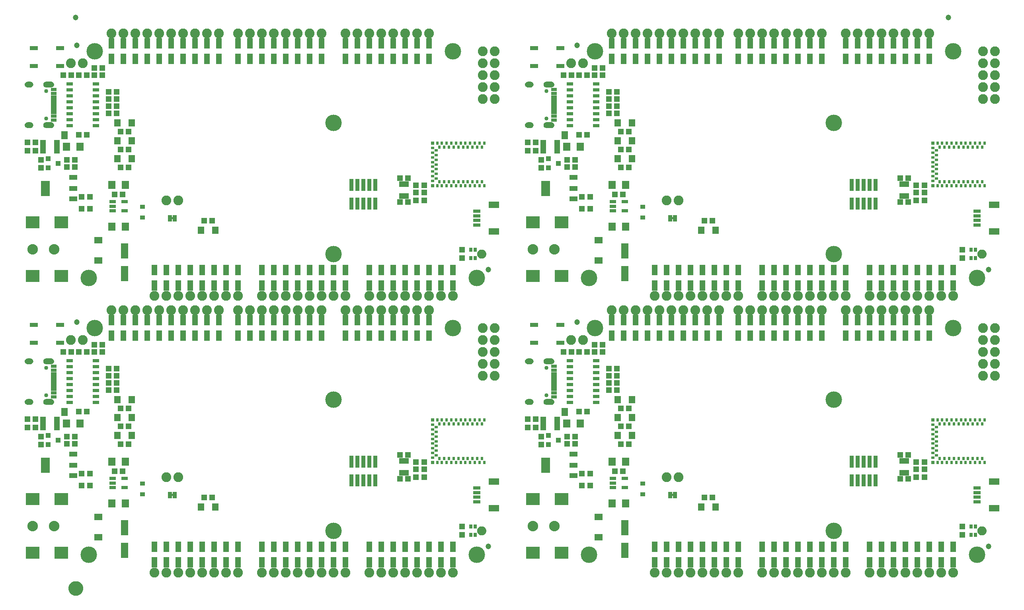
<source format=gts>
G04 EAGLE Gerber RS-274X export*
G75*
%MOMM*%
%FSLAX34Y34*%
%LPD*%
%INSoldermask Top*%
%IPPOS*%
%AMOC8*
5,1,8,0,0,1.08239X$1,22.5*%
G01*
%ADD10R,1.303200X1.203200*%
%ADD11R,1.603200X1.803200*%
%ADD12R,1.603200X3.203200*%
%ADD13R,1.203200X1.303200*%
%ADD14R,1.103200X1.003200*%
%ADD15R,1.727200X1.041400*%
%ADD16R,1.981200X3.327400*%
%ADD17C,3.505200*%
%ADD18C,1.203200*%
%ADD19R,1.203200X2.203200*%
%ADD20R,1.403200X1.603200*%
%ADD21R,1.673200X1.473200*%
%ADD22R,3.003200X2.603200*%
%ADD23C,2.235200*%
%ADD24R,1.403200X0.753200*%
%ADD25R,2.203200X1.403200*%
%ADD26R,1.553200X0.803200*%
%ADD27R,1.219200X0.503200*%
%ADD28R,1.219200X0.803200*%
%ADD29R,1.219200X0.753200*%
%ADD30C,0.853200*%
%ADD31R,1.403200X0.803200*%
%ADD32R,1.727200X0.965200*%
%ADD33R,1.473200X0.838200*%
%ADD34R,1.203200X3.003200*%
%ADD35R,0.963200X2.603200*%
%ADD36R,1.033200X0.833200*%
%ADD37C,2.082800*%
%ADD38R,0.838200X1.473200*%
%ADD39R,2.003200X1.203200*%
%ADD40R,0.725200X0.928200*%
%ADD41C,1.003200*%
%ADD42C,0.600000*%
%ADD43R,0.403200X0.703200*%
%ADD44R,0.703200X0.403200*%
%ADD45R,0.603200X0.803200*%
%ADD46R,0.803200X0.803200*%
%ADD47R,0.803200X0.603200*%
%ADD48C,1.270000*%
%ADD49C,1.703200*%

G36*
X60304Y959134D02*
X60304Y959134D01*
X60307Y959131D01*
X61429Y959286D01*
X61434Y959291D01*
X61438Y959288D01*
X62509Y959659D01*
X62513Y959665D01*
X62518Y959663D01*
X63495Y960236D01*
X63498Y960242D01*
X63503Y960241D01*
X64350Y960994D01*
X64352Y961001D01*
X64357Y961001D01*
X65041Y961904D01*
X65041Y961911D01*
X65046Y961912D01*
X65541Y962931D01*
X65539Y962938D01*
X65544Y962940D01*
X65831Y964037D01*
X65829Y964041D01*
X65831Y964042D01*
X65829Y964044D01*
X65832Y964046D01*
X65899Y965177D01*
X65897Y965181D01*
X65899Y965183D01*
X65832Y966314D01*
X65827Y966319D01*
X65831Y966323D01*
X65544Y967420D01*
X65538Y967424D01*
X65541Y967429D01*
X65046Y968448D01*
X65040Y968451D01*
X65041Y968456D01*
X64357Y969359D01*
X64350Y969361D01*
X64350Y969366D01*
X63503Y970119D01*
X63496Y970119D01*
X63495Y970124D01*
X62518Y970697D01*
X62511Y970696D01*
X62509Y970701D01*
X61438Y971072D01*
X61432Y971069D01*
X61429Y971074D01*
X60307Y971229D01*
X60302Y971226D01*
X60300Y971229D01*
X48300Y971229D01*
X48295Y971226D01*
X48292Y971229D01*
X47025Y971024D01*
X47019Y971018D01*
X47015Y971021D01*
X45825Y970539D01*
X45821Y970532D01*
X45815Y970534D01*
X44762Y969800D01*
X44760Y969792D01*
X44754Y969793D01*
X43891Y968843D01*
X43890Y968834D01*
X43885Y968834D01*
X43255Y967715D01*
X43256Y967707D01*
X43250Y967705D01*
X42885Y966475D01*
X42888Y966467D01*
X42883Y966464D01*
X42801Y965183D01*
X42804Y965179D01*
X42801Y965177D01*
X42883Y963896D01*
X42889Y963890D01*
X42885Y963885D01*
X43250Y962655D01*
X43257Y962650D01*
X43255Y962645D01*
X43885Y961526D01*
X43892Y961523D01*
X43891Y961517D01*
X44754Y960567D01*
X44762Y960566D01*
X44762Y960560D01*
X45815Y959826D01*
X45823Y959826D01*
X45825Y959821D01*
X47015Y959339D01*
X47022Y959341D01*
X47025Y959336D01*
X48292Y959131D01*
X48297Y959134D01*
X48300Y959131D01*
X60300Y959131D01*
X60304Y959134D01*
G37*
G36*
X1124564Y959134D02*
X1124564Y959134D01*
X1124567Y959131D01*
X1125689Y959286D01*
X1125694Y959291D01*
X1125698Y959288D01*
X1126769Y959659D01*
X1126773Y959665D01*
X1126778Y959663D01*
X1127755Y960236D01*
X1127758Y960242D01*
X1127763Y960241D01*
X1128610Y960994D01*
X1128612Y961001D01*
X1128617Y961001D01*
X1129301Y961904D01*
X1129301Y961911D01*
X1129306Y961912D01*
X1129801Y962931D01*
X1129799Y962938D01*
X1129804Y962940D01*
X1130091Y964037D01*
X1130089Y964041D01*
X1130091Y964042D01*
X1130089Y964044D01*
X1130092Y964046D01*
X1130159Y965177D01*
X1130157Y965181D01*
X1130159Y965183D01*
X1130092Y966314D01*
X1130087Y966319D01*
X1130091Y966323D01*
X1129804Y967420D01*
X1129798Y967424D01*
X1129801Y967429D01*
X1129306Y968448D01*
X1129300Y968451D01*
X1129301Y968456D01*
X1128617Y969359D01*
X1128610Y969361D01*
X1128610Y969366D01*
X1127763Y970119D01*
X1127756Y970119D01*
X1127755Y970124D01*
X1126778Y970697D01*
X1126771Y970696D01*
X1126769Y970701D01*
X1125698Y971072D01*
X1125692Y971069D01*
X1125689Y971074D01*
X1124567Y971229D01*
X1124562Y971226D01*
X1124560Y971229D01*
X1112560Y971229D01*
X1112555Y971226D01*
X1112552Y971229D01*
X1111285Y971024D01*
X1111279Y971018D01*
X1111275Y971021D01*
X1110085Y970539D01*
X1110081Y970532D01*
X1110075Y970534D01*
X1109022Y969800D01*
X1109020Y969792D01*
X1109014Y969793D01*
X1108151Y968843D01*
X1108150Y968834D01*
X1108145Y968834D01*
X1107515Y967715D01*
X1107516Y967707D01*
X1107510Y967705D01*
X1107145Y966475D01*
X1107148Y966467D01*
X1107143Y966464D01*
X1107061Y965183D01*
X1107064Y965179D01*
X1107061Y965177D01*
X1107143Y963896D01*
X1107149Y963890D01*
X1107145Y963885D01*
X1107510Y962655D01*
X1107517Y962650D01*
X1107515Y962645D01*
X1108145Y961526D01*
X1108152Y961523D01*
X1108151Y961517D01*
X1109014Y960567D01*
X1109022Y960566D01*
X1109022Y960560D01*
X1110075Y959826D01*
X1110083Y959826D01*
X1110085Y959821D01*
X1111275Y959339D01*
X1111282Y959341D01*
X1111285Y959336D01*
X1112552Y959131D01*
X1112557Y959134D01*
X1112560Y959131D01*
X1124560Y959131D01*
X1124564Y959134D01*
G37*
G36*
X1124564Y1045534D02*
X1124564Y1045534D01*
X1124567Y1045531D01*
X1125689Y1045686D01*
X1125694Y1045691D01*
X1125698Y1045688D01*
X1126769Y1046059D01*
X1126773Y1046065D01*
X1126778Y1046063D01*
X1127755Y1046636D01*
X1127758Y1046642D01*
X1127763Y1046641D01*
X1128610Y1047394D01*
X1128612Y1047401D01*
X1128617Y1047401D01*
X1129301Y1048304D01*
X1129301Y1048311D01*
X1129306Y1048312D01*
X1129801Y1049331D01*
X1129799Y1049338D01*
X1129804Y1049340D01*
X1130091Y1050437D01*
X1130089Y1050441D01*
X1130091Y1050442D01*
X1130089Y1050444D01*
X1130092Y1050446D01*
X1130159Y1051577D01*
X1130157Y1051581D01*
X1130159Y1051583D01*
X1130092Y1052714D01*
X1130087Y1052719D01*
X1130091Y1052723D01*
X1129804Y1053820D01*
X1129798Y1053824D01*
X1129801Y1053829D01*
X1129306Y1054848D01*
X1129300Y1054851D01*
X1129301Y1054856D01*
X1128617Y1055759D01*
X1128610Y1055761D01*
X1128610Y1055766D01*
X1127763Y1056519D01*
X1127756Y1056519D01*
X1127755Y1056524D01*
X1126778Y1057097D01*
X1126771Y1057096D01*
X1126769Y1057101D01*
X1125698Y1057472D01*
X1125692Y1057469D01*
X1125689Y1057474D01*
X1124567Y1057629D01*
X1124562Y1057626D01*
X1124560Y1057629D01*
X1112560Y1057629D01*
X1112555Y1057626D01*
X1112552Y1057629D01*
X1111285Y1057424D01*
X1111279Y1057418D01*
X1111275Y1057421D01*
X1110085Y1056939D01*
X1110081Y1056932D01*
X1110075Y1056934D01*
X1109022Y1056200D01*
X1109020Y1056192D01*
X1109014Y1056193D01*
X1108151Y1055243D01*
X1108150Y1055234D01*
X1108145Y1055234D01*
X1107515Y1054115D01*
X1107516Y1054107D01*
X1107510Y1054105D01*
X1107145Y1052875D01*
X1107148Y1052867D01*
X1107143Y1052864D01*
X1107061Y1051583D01*
X1107064Y1051579D01*
X1107061Y1051577D01*
X1107143Y1050296D01*
X1107149Y1050290D01*
X1107145Y1050285D01*
X1107510Y1049055D01*
X1107517Y1049050D01*
X1107515Y1049045D01*
X1108145Y1047926D01*
X1108152Y1047923D01*
X1108151Y1047917D01*
X1109014Y1046967D01*
X1109022Y1046966D01*
X1109022Y1046960D01*
X1110075Y1046226D01*
X1110083Y1046226D01*
X1110085Y1046221D01*
X1111275Y1045739D01*
X1111282Y1045741D01*
X1111285Y1045736D01*
X1112552Y1045531D01*
X1112557Y1045534D01*
X1112560Y1045531D01*
X1124560Y1045531D01*
X1124564Y1045534D01*
G37*
G36*
X60304Y1045534D02*
X60304Y1045534D01*
X60307Y1045531D01*
X61429Y1045686D01*
X61434Y1045691D01*
X61438Y1045688D01*
X62509Y1046059D01*
X62513Y1046065D01*
X62518Y1046063D01*
X63495Y1046636D01*
X63498Y1046642D01*
X63503Y1046641D01*
X64350Y1047394D01*
X64352Y1047401D01*
X64357Y1047401D01*
X65041Y1048304D01*
X65041Y1048311D01*
X65046Y1048312D01*
X65541Y1049331D01*
X65539Y1049338D01*
X65544Y1049340D01*
X65831Y1050437D01*
X65829Y1050441D01*
X65831Y1050442D01*
X65829Y1050444D01*
X65832Y1050446D01*
X65899Y1051577D01*
X65897Y1051581D01*
X65899Y1051583D01*
X65832Y1052714D01*
X65827Y1052719D01*
X65831Y1052723D01*
X65544Y1053820D01*
X65538Y1053824D01*
X65541Y1053829D01*
X65046Y1054848D01*
X65040Y1054851D01*
X65041Y1054856D01*
X64357Y1055759D01*
X64350Y1055761D01*
X64350Y1055766D01*
X63503Y1056519D01*
X63496Y1056519D01*
X63495Y1056524D01*
X62518Y1057097D01*
X62511Y1057096D01*
X62509Y1057101D01*
X61438Y1057472D01*
X61432Y1057469D01*
X61429Y1057474D01*
X60307Y1057629D01*
X60302Y1057626D01*
X60300Y1057629D01*
X48300Y1057629D01*
X48295Y1057626D01*
X48292Y1057629D01*
X47025Y1057424D01*
X47019Y1057418D01*
X47015Y1057421D01*
X45825Y1056939D01*
X45821Y1056932D01*
X45815Y1056934D01*
X44762Y1056200D01*
X44760Y1056192D01*
X44754Y1056193D01*
X43891Y1055243D01*
X43890Y1055234D01*
X43885Y1055234D01*
X43255Y1054115D01*
X43256Y1054107D01*
X43250Y1054105D01*
X42885Y1052875D01*
X42888Y1052867D01*
X42883Y1052864D01*
X42801Y1051583D01*
X42804Y1051579D01*
X42801Y1051577D01*
X42883Y1050296D01*
X42889Y1050290D01*
X42885Y1050285D01*
X43250Y1049055D01*
X43257Y1049050D01*
X43255Y1049045D01*
X43885Y1047926D01*
X43892Y1047923D01*
X43891Y1047917D01*
X44754Y1046967D01*
X44762Y1046966D01*
X44762Y1046960D01*
X45815Y1046226D01*
X45823Y1046226D01*
X45825Y1046221D01*
X47015Y1045739D01*
X47022Y1045741D01*
X47025Y1045736D01*
X48292Y1045531D01*
X48297Y1045534D01*
X48300Y1045531D01*
X60300Y1045531D01*
X60304Y1045534D01*
G37*
G36*
X1124564Y456254D02*
X1124564Y456254D01*
X1124567Y456251D01*
X1125689Y456406D01*
X1125694Y456411D01*
X1125698Y456408D01*
X1126769Y456779D01*
X1126773Y456785D01*
X1126778Y456783D01*
X1127755Y457356D01*
X1127758Y457362D01*
X1127763Y457361D01*
X1128610Y458114D01*
X1128612Y458121D01*
X1128617Y458121D01*
X1129301Y459024D01*
X1129301Y459031D01*
X1129306Y459032D01*
X1129801Y460051D01*
X1129799Y460058D01*
X1129804Y460060D01*
X1130091Y461157D01*
X1130089Y461161D01*
X1130091Y461162D01*
X1130089Y461164D01*
X1130092Y461166D01*
X1130159Y462297D01*
X1130157Y462301D01*
X1130159Y462303D01*
X1130092Y463434D01*
X1130087Y463439D01*
X1130091Y463443D01*
X1129804Y464540D01*
X1129798Y464544D01*
X1129801Y464549D01*
X1129306Y465568D01*
X1129300Y465571D01*
X1129301Y465576D01*
X1128617Y466479D01*
X1128610Y466481D01*
X1128610Y466486D01*
X1127763Y467239D01*
X1127756Y467239D01*
X1127755Y467244D01*
X1126778Y467817D01*
X1126771Y467816D01*
X1126769Y467821D01*
X1125698Y468192D01*
X1125692Y468189D01*
X1125689Y468194D01*
X1124567Y468349D01*
X1124562Y468346D01*
X1124560Y468349D01*
X1112560Y468349D01*
X1112555Y468346D01*
X1112552Y468349D01*
X1111285Y468144D01*
X1111279Y468138D01*
X1111275Y468141D01*
X1110085Y467659D01*
X1110081Y467652D01*
X1110075Y467654D01*
X1109022Y466920D01*
X1109020Y466912D01*
X1109014Y466913D01*
X1108151Y465963D01*
X1108150Y465954D01*
X1108145Y465954D01*
X1107515Y464835D01*
X1107516Y464827D01*
X1107510Y464825D01*
X1107145Y463595D01*
X1107148Y463587D01*
X1107143Y463584D01*
X1107061Y462303D01*
X1107064Y462299D01*
X1107061Y462297D01*
X1107143Y461016D01*
X1107149Y461010D01*
X1107145Y461005D01*
X1107510Y459775D01*
X1107517Y459770D01*
X1107515Y459765D01*
X1108145Y458646D01*
X1108152Y458643D01*
X1108151Y458637D01*
X1109014Y457687D01*
X1109022Y457686D01*
X1109022Y457680D01*
X1110075Y456946D01*
X1110083Y456946D01*
X1110085Y456941D01*
X1111275Y456459D01*
X1111282Y456461D01*
X1111285Y456456D01*
X1112552Y456251D01*
X1112557Y456254D01*
X1112560Y456251D01*
X1124560Y456251D01*
X1124564Y456254D01*
G37*
G36*
X60304Y456254D02*
X60304Y456254D01*
X60307Y456251D01*
X61429Y456406D01*
X61434Y456411D01*
X61438Y456408D01*
X62509Y456779D01*
X62513Y456785D01*
X62518Y456783D01*
X63495Y457356D01*
X63498Y457362D01*
X63503Y457361D01*
X64350Y458114D01*
X64352Y458121D01*
X64357Y458121D01*
X65041Y459024D01*
X65041Y459031D01*
X65046Y459032D01*
X65541Y460051D01*
X65539Y460058D01*
X65544Y460060D01*
X65831Y461157D01*
X65829Y461161D01*
X65831Y461162D01*
X65829Y461164D01*
X65832Y461166D01*
X65899Y462297D01*
X65897Y462301D01*
X65899Y462303D01*
X65832Y463434D01*
X65827Y463439D01*
X65831Y463443D01*
X65544Y464540D01*
X65538Y464544D01*
X65541Y464549D01*
X65046Y465568D01*
X65040Y465571D01*
X65041Y465576D01*
X64357Y466479D01*
X64350Y466481D01*
X64350Y466486D01*
X63503Y467239D01*
X63496Y467239D01*
X63495Y467244D01*
X62518Y467817D01*
X62511Y467816D01*
X62509Y467821D01*
X61438Y468192D01*
X61432Y468189D01*
X61429Y468194D01*
X60307Y468349D01*
X60302Y468346D01*
X60300Y468349D01*
X48300Y468349D01*
X48295Y468346D01*
X48292Y468349D01*
X47025Y468144D01*
X47019Y468138D01*
X47015Y468141D01*
X45825Y467659D01*
X45821Y467652D01*
X45815Y467654D01*
X44762Y466920D01*
X44760Y466912D01*
X44754Y466913D01*
X43891Y465963D01*
X43890Y465954D01*
X43885Y465954D01*
X43255Y464835D01*
X43256Y464827D01*
X43250Y464825D01*
X42885Y463595D01*
X42888Y463587D01*
X42883Y463584D01*
X42801Y462303D01*
X42804Y462299D01*
X42801Y462297D01*
X42883Y461016D01*
X42889Y461010D01*
X42885Y461005D01*
X43250Y459775D01*
X43257Y459770D01*
X43255Y459765D01*
X43885Y458646D01*
X43892Y458643D01*
X43891Y458637D01*
X44754Y457687D01*
X44762Y457686D01*
X44762Y457680D01*
X45815Y456946D01*
X45823Y456946D01*
X45825Y456941D01*
X47015Y456459D01*
X47022Y456461D01*
X47025Y456456D01*
X48292Y456251D01*
X48297Y456254D01*
X48300Y456251D01*
X60300Y456251D01*
X60304Y456254D01*
G37*
G36*
X60304Y369854D02*
X60304Y369854D01*
X60307Y369851D01*
X61429Y370006D01*
X61434Y370011D01*
X61438Y370008D01*
X62509Y370379D01*
X62513Y370385D01*
X62518Y370383D01*
X63495Y370956D01*
X63498Y370962D01*
X63503Y370961D01*
X64350Y371714D01*
X64352Y371721D01*
X64357Y371721D01*
X65041Y372624D01*
X65041Y372631D01*
X65046Y372632D01*
X65541Y373651D01*
X65539Y373658D01*
X65544Y373660D01*
X65831Y374757D01*
X65829Y374761D01*
X65831Y374762D01*
X65829Y374764D01*
X65832Y374766D01*
X65899Y375897D01*
X65897Y375901D01*
X65899Y375903D01*
X65832Y377034D01*
X65827Y377039D01*
X65831Y377043D01*
X65544Y378140D01*
X65538Y378144D01*
X65541Y378149D01*
X65046Y379168D01*
X65040Y379171D01*
X65041Y379176D01*
X64357Y380079D01*
X64350Y380081D01*
X64350Y380086D01*
X63503Y380839D01*
X63496Y380839D01*
X63495Y380844D01*
X62518Y381417D01*
X62511Y381416D01*
X62509Y381421D01*
X61438Y381792D01*
X61432Y381789D01*
X61429Y381794D01*
X60307Y381949D01*
X60302Y381946D01*
X60300Y381949D01*
X48300Y381949D01*
X48295Y381946D01*
X48292Y381949D01*
X47025Y381744D01*
X47019Y381738D01*
X47015Y381741D01*
X45825Y381259D01*
X45821Y381252D01*
X45815Y381254D01*
X44762Y380520D01*
X44760Y380512D01*
X44754Y380513D01*
X43891Y379563D01*
X43890Y379554D01*
X43885Y379554D01*
X43255Y378435D01*
X43256Y378427D01*
X43250Y378425D01*
X42885Y377195D01*
X42888Y377187D01*
X42883Y377184D01*
X42801Y375903D01*
X42804Y375899D01*
X42801Y375897D01*
X42883Y374616D01*
X42889Y374610D01*
X42885Y374605D01*
X43250Y373375D01*
X43257Y373370D01*
X43255Y373365D01*
X43885Y372246D01*
X43892Y372243D01*
X43891Y372237D01*
X44754Y371287D01*
X44762Y371286D01*
X44762Y371280D01*
X45815Y370546D01*
X45823Y370546D01*
X45825Y370541D01*
X47015Y370059D01*
X47022Y370061D01*
X47025Y370056D01*
X48292Y369851D01*
X48297Y369854D01*
X48300Y369851D01*
X60300Y369851D01*
X60304Y369854D01*
G37*
G36*
X1124564Y369854D02*
X1124564Y369854D01*
X1124567Y369851D01*
X1125689Y370006D01*
X1125694Y370011D01*
X1125698Y370008D01*
X1126769Y370379D01*
X1126773Y370385D01*
X1126778Y370383D01*
X1127755Y370956D01*
X1127758Y370962D01*
X1127763Y370961D01*
X1128610Y371714D01*
X1128612Y371721D01*
X1128617Y371721D01*
X1129301Y372624D01*
X1129301Y372631D01*
X1129306Y372632D01*
X1129801Y373651D01*
X1129799Y373658D01*
X1129804Y373660D01*
X1130091Y374757D01*
X1130089Y374761D01*
X1130091Y374762D01*
X1130089Y374764D01*
X1130092Y374766D01*
X1130159Y375897D01*
X1130157Y375901D01*
X1130159Y375903D01*
X1130092Y377034D01*
X1130087Y377039D01*
X1130091Y377043D01*
X1129804Y378140D01*
X1129798Y378144D01*
X1129801Y378149D01*
X1129306Y379168D01*
X1129300Y379171D01*
X1129301Y379176D01*
X1128617Y380079D01*
X1128610Y380081D01*
X1128610Y380086D01*
X1127763Y380839D01*
X1127756Y380839D01*
X1127755Y380844D01*
X1126778Y381417D01*
X1126771Y381416D01*
X1126769Y381421D01*
X1125698Y381792D01*
X1125692Y381789D01*
X1125689Y381794D01*
X1124567Y381949D01*
X1124562Y381946D01*
X1124560Y381949D01*
X1112560Y381949D01*
X1112555Y381946D01*
X1112552Y381949D01*
X1111285Y381744D01*
X1111279Y381738D01*
X1111275Y381741D01*
X1110085Y381259D01*
X1110081Y381252D01*
X1110075Y381254D01*
X1109022Y380520D01*
X1109020Y380512D01*
X1109014Y380513D01*
X1108151Y379563D01*
X1108150Y379554D01*
X1108145Y379554D01*
X1107515Y378435D01*
X1107516Y378427D01*
X1107510Y378425D01*
X1107145Y377195D01*
X1107148Y377187D01*
X1107143Y377184D01*
X1107061Y375903D01*
X1107064Y375899D01*
X1107061Y375897D01*
X1107143Y374616D01*
X1107149Y374610D01*
X1107145Y374605D01*
X1107510Y373375D01*
X1107517Y373370D01*
X1107515Y373365D01*
X1108145Y372246D01*
X1108152Y372243D01*
X1108151Y372237D01*
X1109014Y371287D01*
X1109022Y371286D01*
X1109022Y371280D01*
X1110075Y370546D01*
X1110083Y370546D01*
X1110085Y370541D01*
X1111275Y370059D01*
X1111282Y370061D01*
X1111285Y370056D01*
X1112552Y369851D01*
X1112557Y369854D01*
X1112560Y369851D01*
X1124560Y369851D01*
X1124564Y369854D01*
G37*
G36*
X15503Y959133D02*
X15503Y959133D01*
X15505Y959131D01*
X16681Y959242D01*
X16686Y959247D01*
X16690Y959244D01*
X17822Y959582D01*
X17826Y959588D01*
X17831Y959586D01*
X18875Y960138D01*
X18878Y960145D01*
X18883Y960143D01*
X19799Y960889D01*
X19800Y960896D01*
X19806Y960896D01*
X20559Y961806D01*
X20559Y961813D01*
X20564Y961814D01*
X21125Y962853D01*
X21124Y962858D01*
X21128Y962860D01*
X21127Y962861D01*
X21129Y962862D01*
X21476Y963991D01*
X21476Y963992D01*
X21477Y963993D01*
X21474Y963997D01*
X21478Y964000D01*
X21599Y965175D01*
X21595Y965182D01*
X21599Y965186D01*
X21442Y966526D01*
X21437Y966532D01*
X21440Y966537D01*
X20989Y967808D01*
X20982Y967813D01*
X20984Y967818D01*
X20262Y968957D01*
X20254Y968960D01*
X20255Y968966D01*
X19297Y969916D01*
X19289Y969917D01*
X19288Y969923D01*
X18143Y970636D01*
X18135Y970635D01*
X18133Y970641D01*
X16857Y971081D01*
X16850Y971079D01*
X16847Y971083D01*
X15505Y971229D01*
X15502Y971227D01*
X15500Y971229D01*
X9500Y971229D01*
X9497Y971227D01*
X9494Y971229D01*
X8165Y971074D01*
X8159Y971068D01*
X8155Y971071D01*
X6894Y970624D01*
X6889Y970617D01*
X6884Y970619D01*
X5754Y969902D01*
X5751Y969895D01*
X5745Y969896D01*
X4803Y968946D01*
X4802Y968937D01*
X4796Y968937D01*
X4089Y967801D01*
X4090Y967793D01*
X4084Y967791D01*
X3648Y966526D01*
X3650Y966518D01*
X3645Y966516D01*
X3501Y965185D01*
X3505Y965179D01*
X3501Y965175D01*
X3611Y964009D01*
X3616Y964004D01*
X3613Y964000D01*
X3948Y962877D01*
X3954Y962873D01*
X3952Y962869D01*
X4500Y961833D01*
X4506Y961830D01*
X4505Y961825D01*
X5244Y960917D01*
X5251Y960915D01*
X5251Y960910D01*
X6153Y960163D01*
X6161Y960163D01*
X6161Y960158D01*
X7192Y959601D01*
X7199Y959602D01*
X7201Y959597D01*
X8320Y959253D01*
X8327Y959255D01*
X8330Y959251D01*
X9495Y959131D01*
X9498Y959133D01*
X9500Y959131D01*
X15500Y959131D01*
X15503Y959133D01*
G37*
G36*
X1079763Y959133D02*
X1079763Y959133D01*
X1079765Y959131D01*
X1080941Y959242D01*
X1080946Y959247D01*
X1080950Y959244D01*
X1082082Y959582D01*
X1082086Y959588D01*
X1082091Y959586D01*
X1083135Y960138D01*
X1083138Y960145D01*
X1083143Y960143D01*
X1084059Y960889D01*
X1084060Y960896D01*
X1084066Y960896D01*
X1084819Y961806D01*
X1084819Y961813D01*
X1084824Y961814D01*
X1085385Y962853D01*
X1085384Y962858D01*
X1085388Y962860D01*
X1085387Y962861D01*
X1085389Y962862D01*
X1085736Y963991D01*
X1085736Y963992D01*
X1085737Y963993D01*
X1085734Y963997D01*
X1085738Y964000D01*
X1085859Y965175D01*
X1085855Y965182D01*
X1085859Y965186D01*
X1085702Y966526D01*
X1085697Y966532D01*
X1085700Y966537D01*
X1085249Y967808D01*
X1085242Y967813D01*
X1085244Y967818D01*
X1084522Y968957D01*
X1084514Y968960D01*
X1084515Y968966D01*
X1083557Y969916D01*
X1083549Y969917D01*
X1083548Y969923D01*
X1082403Y970636D01*
X1082395Y970635D01*
X1082393Y970641D01*
X1081117Y971081D01*
X1081110Y971079D01*
X1081107Y971083D01*
X1079765Y971229D01*
X1079762Y971227D01*
X1079760Y971229D01*
X1073760Y971229D01*
X1073757Y971227D01*
X1073754Y971229D01*
X1072425Y971074D01*
X1072419Y971068D01*
X1072415Y971071D01*
X1071154Y970624D01*
X1071149Y970617D01*
X1071144Y970619D01*
X1070014Y969902D01*
X1070011Y969895D01*
X1070005Y969896D01*
X1069063Y968946D01*
X1069062Y968937D01*
X1069056Y968937D01*
X1068349Y967801D01*
X1068350Y967793D01*
X1068344Y967791D01*
X1067908Y966526D01*
X1067910Y966518D01*
X1067905Y966516D01*
X1067761Y965185D01*
X1067765Y965179D01*
X1067761Y965175D01*
X1067871Y964009D01*
X1067876Y964004D01*
X1067873Y964000D01*
X1068208Y962877D01*
X1068214Y962873D01*
X1068212Y962869D01*
X1068760Y961833D01*
X1068766Y961830D01*
X1068765Y961825D01*
X1069504Y960917D01*
X1069511Y960915D01*
X1069511Y960910D01*
X1070413Y960163D01*
X1070421Y960163D01*
X1070421Y960158D01*
X1071452Y959601D01*
X1071459Y959602D01*
X1071461Y959597D01*
X1072580Y959253D01*
X1072587Y959255D01*
X1072590Y959251D01*
X1073755Y959131D01*
X1073758Y959133D01*
X1073760Y959131D01*
X1079760Y959131D01*
X1079763Y959133D01*
G37*
G36*
X15503Y1045533D02*
X15503Y1045533D01*
X15505Y1045531D01*
X16681Y1045642D01*
X16686Y1045647D01*
X16690Y1045644D01*
X17822Y1045982D01*
X17826Y1045988D01*
X17831Y1045986D01*
X18875Y1046538D01*
X18878Y1046545D01*
X18883Y1046543D01*
X19799Y1047289D01*
X19800Y1047296D01*
X19806Y1047296D01*
X20559Y1048206D01*
X20559Y1048213D01*
X20564Y1048214D01*
X21125Y1049253D01*
X21124Y1049258D01*
X21128Y1049260D01*
X21127Y1049261D01*
X21129Y1049262D01*
X21476Y1050391D01*
X21476Y1050392D01*
X21477Y1050393D01*
X21474Y1050397D01*
X21478Y1050400D01*
X21599Y1051575D01*
X21595Y1051582D01*
X21599Y1051586D01*
X21442Y1052926D01*
X21437Y1052932D01*
X21440Y1052937D01*
X20989Y1054208D01*
X20982Y1054213D01*
X20984Y1054218D01*
X20262Y1055357D01*
X20254Y1055360D01*
X20255Y1055366D01*
X19297Y1056316D01*
X19289Y1056317D01*
X19288Y1056323D01*
X18143Y1057036D01*
X18135Y1057035D01*
X18133Y1057041D01*
X16857Y1057481D01*
X16850Y1057479D01*
X16847Y1057483D01*
X15505Y1057629D01*
X15502Y1057627D01*
X15500Y1057629D01*
X9500Y1057629D01*
X9497Y1057627D01*
X9494Y1057629D01*
X8165Y1057474D01*
X8159Y1057468D01*
X8155Y1057471D01*
X6894Y1057024D01*
X6889Y1057017D01*
X6884Y1057019D01*
X5754Y1056302D01*
X5751Y1056295D01*
X5745Y1056296D01*
X4803Y1055346D01*
X4802Y1055337D01*
X4796Y1055337D01*
X4089Y1054201D01*
X4090Y1054193D01*
X4084Y1054191D01*
X3648Y1052926D01*
X3650Y1052918D01*
X3645Y1052916D01*
X3501Y1051585D01*
X3505Y1051579D01*
X3501Y1051575D01*
X3611Y1050409D01*
X3616Y1050404D01*
X3613Y1050400D01*
X3948Y1049277D01*
X3954Y1049273D01*
X3952Y1049269D01*
X4500Y1048233D01*
X4506Y1048230D01*
X4505Y1048225D01*
X5244Y1047317D01*
X5251Y1047315D01*
X5251Y1047310D01*
X6153Y1046563D01*
X6161Y1046563D01*
X6161Y1046558D01*
X7192Y1046001D01*
X7199Y1046002D01*
X7201Y1045997D01*
X8320Y1045653D01*
X8327Y1045655D01*
X8330Y1045651D01*
X9495Y1045531D01*
X9498Y1045533D01*
X9500Y1045531D01*
X15500Y1045531D01*
X15503Y1045533D01*
G37*
G36*
X1079763Y1045533D02*
X1079763Y1045533D01*
X1079765Y1045531D01*
X1080941Y1045642D01*
X1080946Y1045647D01*
X1080950Y1045644D01*
X1082082Y1045982D01*
X1082086Y1045988D01*
X1082091Y1045986D01*
X1083135Y1046538D01*
X1083138Y1046545D01*
X1083143Y1046543D01*
X1084059Y1047289D01*
X1084060Y1047296D01*
X1084066Y1047296D01*
X1084819Y1048206D01*
X1084819Y1048213D01*
X1084824Y1048214D01*
X1085385Y1049253D01*
X1085384Y1049258D01*
X1085388Y1049260D01*
X1085387Y1049261D01*
X1085389Y1049262D01*
X1085736Y1050391D01*
X1085736Y1050392D01*
X1085737Y1050393D01*
X1085734Y1050397D01*
X1085738Y1050400D01*
X1085859Y1051575D01*
X1085855Y1051582D01*
X1085859Y1051586D01*
X1085702Y1052926D01*
X1085697Y1052932D01*
X1085700Y1052937D01*
X1085249Y1054208D01*
X1085242Y1054213D01*
X1085244Y1054218D01*
X1084522Y1055357D01*
X1084514Y1055360D01*
X1084515Y1055366D01*
X1083557Y1056316D01*
X1083549Y1056317D01*
X1083548Y1056323D01*
X1082403Y1057036D01*
X1082395Y1057035D01*
X1082393Y1057041D01*
X1081117Y1057481D01*
X1081110Y1057479D01*
X1081107Y1057483D01*
X1079765Y1057629D01*
X1079762Y1057627D01*
X1079760Y1057629D01*
X1073760Y1057629D01*
X1073757Y1057627D01*
X1073754Y1057629D01*
X1072425Y1057474D01*
X1072419Y1057468D01*
X1072415Y1057471D01*
X1071154Y1057024D01*
X1071149Y1057017D01*
X1071144Y1057019D01*
X1070014Y1056302D01*
X1070011Y1056295D01*
X1070005Y1056296D01*
X1069063Y1055346D01*
X1069062Y1055337D01*
X1069056Y1055337D01*
X1068349Y1054201D01*
X1068350Y1054193D01*
X1068344Y1054191D01*
X1067908Y1052926D01*
X1067910Y1052918D01*
X1067905Y1052916D01*
X1067761Y1051585D01*
X1067765Y1051579D01*
X1067761Y1051575D01*
X1067871Y1050409D01*
X1067876Y1050404D01*
X1067873Y1050400D01*
X1068208Y1049277D01*
X1068214Y1049273D01*
X1068212Y1049269D01*
X1068760Y1048233D01*
X1068766Y1048230D01*
X1068765Y1048225D01*
X1069504Y1047317D01*
X1069511Y1047315D01*
X1069511Y1047310D01*
X1070413Y1046563D01*
X1070421Y1046563D01*
X1070421Y1046558D01*
X1071452Y1046001D01*
X1071459Y1046002D01*
X1071461Y1045997D01*
X1072580Y1045653D01*
X1072587Y1045655D01*
X1072590Y1045651D01*
X1073755Y1045531D01*
X1073758Y1045533D01*
X1073760Y1045531D01*
X1079760Y1045531D01*
X1079763Y1045533D01*
G37*
G36*
X15503Y456253D02*
X15503Y456253D01*
X15505Y456251D01*
X16681Y456362D01*
X16686Y456367D01*
X16690Y456364D01*
X17822Y456702D01*
X17826Y456708D01*
X17831Y456706D01*
X18875Y457258D01*
X18878Y457265D01*
X18883Y457263D01*
X19799Y458009D01*
X19800Y458016D01*
X19806Y458016D01*
X20559Y458926D01*
X20559Y458933D01*
X20564Y458934D01*
X21125Y459973D01*
X21124Y459978D01*
X21128Y459980D01*
X21127Y459981D01*
X21129Y459982D01*
X21476Y461111D01*
X21476Y461112D01*
X21477Y461113D01*
X21474Y461117D01*
X21478Y461120D01*
X21599Y462295D01*
X21595Y462302D01*
X21599Y462306D01*
X21442Y463646D01*
X21437Y463652D01*
X21440Y463657D01*
X20989Y464928D01*
X20982Y464933D01*
X20984Y464938D01*
X20262Y466077D01*
X20254Y466080D01*
X20255Y466086D01*
X19297Y467036D01*
X19289Y467037D01*
X19288Y467043D01*
X18143Y467756D01*
X18135Y467755D01*
X18133Y467761D01*
X16857Y468201D01*
X16850Y468199D01*
X16847Y468203D01*
X15505Y468349D01*
X15502Y468347D01*
X15500Y468349D01*
X9500Y468349D01*
X9497Y468347D01*
X9494Y468349D01*
X8165Y468194D01*
X8159Y468188D01*
X8155Y468191D01*
X6894Y467744D01*
X6889Y467737D01*
X6884Y467739D01*
X5754Y467022D01*
X5751Y467015D01*
X5745Y467016D01*
X4803Y466066D01*
X4802Y466057D01*
X4796Y466057D01*
X4089Y464921D01*
X4090Y464913D01*
X4084Y464911D01*
X3648Y463646D01*
X3650Y463638D01*
X3645Y463636D01*
X3501Y462305D01*
X3505Y462299D01*
X3501Y462295D01*
X3611Y461129D01*
X3616Y461124D01*
X3613Y461120D01*
X3948Y459997D01*
X3954Y459993D01*
X3952Y459989D01*
X4500Y458953D01*
X4506Y458950D01*
X4505Y458945D01*
X5244Y458037D01*
X5251Y458035D01*
X5251Y458030D01*
X6153Y457283D01*
X6161Y457283D01*
X6161Y457278D01*
X7192Y456721D01*
X7199Y456722D01*
X7201Y456717D01*
X8320Y456373D01*
X8327Y456375D01*
X8330Y456371D01*
X9495Y456251D01*
X9498Y456253D01*
X9500Y456251D01*
X15500Y456251D01*
X15503Y456253D01*
G37*
G36*
X1079763Y456253D02*
X1079763Y456253D01*
X1079765Y456251D01*
X1080941Y456362D01*
X1080946Y456367D01*
X1080950Y456364D01*
X1082082Y456702D01*
X1082086Y456708D01*
X1082091Y456706D01*
X1083135Y457258D01*
X1083138Y457265D01*
X1083143Y457263D01*
X1084059Y458009D01*
X1084060Y458016D01*
X1084066Y458016D01*
X1084819Y458926D01*
X1084819Y458933D01*
X1084824Y458934D01*
X1085385Y459973D01*
X1085384Y459978D01*
X1085388Y459980D01*
X1085387Y459981D01*
X1085389Y459982D01*
X1085736Y461111D01*
X1085736Y461112D01*
X1085737Y461113D01*
X1085734Y461117D01*
X1085738Y461120D01*
X1085859Y462295D01*
X1085855Y462302D01*
X1085859Y462306D01*
X1085702Y463646D01*
X1085697Y463652D01*
X1085700Y463657D01*
X1085249Y464928D01*
X1085242Y464933D01*
X1085244Y464938D01*
X1084522Y466077D01*
X1084514Y466080D01*
X1084515Y466086D01*
X1083557Y467036D01*
X1083549Y467037D01*
X1083548Y467043D01*
X1082403Y467756D01*
X1082395Y467755D01*
X1082393Y467761D01*
X1081117Y468201D01*
X1081110Y468199D01*
X1081107Y468203D01*
X1079765Y468349D01*
X1079762Y468347D01*
X1079760Y468349D01*
X1073760Y468349D01*
X1073757Y468347D01*
X1073754Y468349D01*
X1072425Y468194D01*
X1072419Y468188D01*
X1072415Y468191D01*
X1071154Y467744D01*
X1071149Y467737D01*
X1071144Y467739D01*
X1070014Y467022D01*
X1070011Y467015D01*
X1070005Y467016D01*
X1069063Y466066D01*
X1069062Y466057D01*
X1069056Y466057D01*
X1068349Y464921D01*
X1068350Y464913D01*
X1068344Y464911D01*
X1067908Y463646D01*
X1067910Y463638D01*
X1067905Y463636D01*
X1067761Y462305D01*
X1067765Y462299D01*
X1067761Y462295D01*
X1067871Y461129D01*
X1067876Y461124D01*
X1067873Y461120D01*
X1068208Y459997D01*
X1068214Y459993D01*
X1068212Y459989D01*
X1068760Y458953D01*
X1068766Y458950D01*
X1068765Y458945D01*
X1069504Y458037D01*
X1069511Y458035D01*
X1069511Y458030D01*
X1070413Y457283D01*
X1070421Y457283D01*
X1070421Y457278D01*
X1071452Y456721D01*
X1071459Y456722D01*
X1071461Y456717D01*
X1072580Y456373D01*
X1072587Y456375D01*
X1072590Y456371D01*
X1073755Y456251D01*
X1073758Y456253D01*
X1073760Y456251D01*
X1079760Y456251D01*
X1079763Y456253D01*
G37*
G36*
X15503Y369853D02*
X15503Y369853D01*
X15505Y369851D01*
X16681Y369962D01*
X16686Y369967D01*
X16690Y369964D01*
X17822Y370302D01*
X17826Y370308D01*
X17831Y370306D01*
X18875Y370858D01*
X18878Y370865D01*
X18883Y370863D01*
X19799Y371609D01*
X19800Y371616D01*
X19806Y371616D01*
X20559Y372526D01*
X20559Y372533D01*
X20564Y372534D01*
X21125Y373573D01*
X21124Y373578D01*
X21128Y373580D01*
X21127Y373581D01*
X21129Y373582D01*
X21476Y374711D01*
X21476Y374712D01*
X21477Y374713D01*
X21474Y374717D01*
X21478Y374720D01*
X21599Y375895D01*
X21595Y375902D01*
X21599Y375906D01*
X21442Y377246D01*
X21437Y377252D01*
X21440Y377257D01*
X20989Y378528D01*
X20982Y378533D01*
X20984Y378538D01*
X20262Y379677D01*
X20254Y379680D01*
X20255Y379686D01*
X19297Y380636D01*
X19289Y380637D01*
X19288Y380643D01*
X18143Y381356D01*
X18135Y381355D01*
X18133Y381361D01*
X16857Y381801D01*
X16850Y381799D01*
X16847Y381803D01*
X15505Y381949D01*
X15502Y381947D01*
X15500Y381949D01*
X9500Y381949D01*
X9497Y381947D01*
X9494Y381949D01*
X8165Y381794D01*
X8159Y381788D01*
X8155Y381791D01*
X6894Y381344D01*
X6889Y381337D01*
X6884Y381339D01*
X5754Y380622D01*
X5751Y380615D01*
X5745Y380616D01*
X4803Y379666D01*
X4802Y379657D01*
X4796Y379657D01*
X4089Y378521D01*
X4090Y378513D01*
X4084Y378511D01*
X3648Y377246D01*
X3650Y377238D01*
X3645Y377236D01*
X3501Y375905D01*
X3505Y375899D01*
X3501Y375895D01*
X3611Y374729D01*
X3616Y374724D01*
X3613Y374720D01*
X3948Y373597D01*
X3954Y373593D01*
X3952Y373589D01*
X4500Y372553D01*
X4506Y372550D01*
X4505Y372545D01*
X5244Y371637D01*
X5251Y371635D01*
X5251Y371630D01*
X6153Y370883D01*
X6161Y370883D01*
X6161Y370878D01*
X7192Y370321D01*
X7199Y370322D01*
X7201Y370317D01*
X8320Y369973D01*
X8327Y369975D01*
X8330Y369971D01*
X9495Y369851D01*
X9498Y369853D01*
X9500Y369851D01*
X15500Y369851D01*
X15503Y369853D01*
G37*
G36*
X1079763Y369853D02*
X1079763Y369853D01*
X1079765Y369851D01*
X1080941Y369962D01*
X1080946Y369967D01*
X1080950Y369964D01*
X1082082Y370302D01*
X1082086Y370308D01*
X1082091Y370306D01*
X1083135Y370858D01*
X1083138Y370865D01*
X1083143Y370863D01*
X1084059Y371609D01*
X1084060Y371616D01*
X1084066Y371616D01*
X1084819Y372526D01*
X1084819Y372533D01*
X1084824Y372534D01*
X1085385Y373573D01*
X1085384Y373578D01*
X1085388Y373580D01*
X1085387Y373581D01*
X1085389Y373582D01*
X1085736Y374711D01*
X1085736Y374712D01*
X1085737Y374713D01*
X1085734Y374717D01*
X1085738Y374720D01*
X1085859Y375895D01*
X1085855Y375902D01*
X1085859Y375906D01*
X1085702Y377246D01*
X1085697Y377252D01*
X1085700Y377257D01*
X1085249Y378528D01*
X1085242Y378533D01*
X1085244Y378538D01*
X1084522Y379677D01*
X1084514Y379680D01*
X1084515Y379686D01*
X1083557Y380636D01*
X1083549Y380637D01*
X1083548Y380643D01*
X1082403Y381356D01*
X1082395Y381355D01*
X1082393Y381361D01*
X1081117Y381801D01*
X1081110Y381799D01*
X1081107Y381803D01*
X1079765Y381949D01*
X1079762Y381947D01*
X1079760Y381949D01*
X1073760Y381949D01*
X1073757Y381947D01*
X1073754Y381949D01*
X1072425Y381794D01*
X1072419Y381788D01*
X1072415Y381791D01*
X1071154Y381344D01*
X1071149Y381337D01*
X1071144Y381339D01*
X1070014Y380622D01*
X1070011Y380615D01*
X1070005Y380616D01*
X1069063Y379666D01*
X1069062Y379657D01*
X1069056Y379657D01*
X1068349Y378521D01*
X1068350Y378513D01*
X1068344Y378511D01*
X1067908Y377246D01*
X1067910Y377238D01*
X1067905Y377236D01*
X1067761Y375905D01*
X1067765Y375899D01*
X1067761Y375895D01*
X1067871Y374729D01*
X1067876Y374724D01*
X1067873Y374720D01*
X1068208Y373597D01*
X1068214Y373593D01*
X1068212Y373589D01*
X1068760Y372553D01*
X1068766Y372550D01*
X1068765Y372545D01*
X1069504Y371637D01*
X1069511Y371635D01*
X1069511Y371630D01*
X1070413Y370883D01*
X1070421Y370883D01*
X1070421Y370878D01*
X1071452Y370321D01*
X1071459Y370322D01*
X1071461Y370317D01*
X1072580Y369973D01*
X1072587Y369975D01*
X1072590Y369971D01*
X1073755Y369851D01*
X1073758Y369853D01*
X1073760Y369851D01*
X1079760Y369851D01*
X1079763Y369853D01*
G37*
G36*
X1383730Y765187D02*
X1383730Y765187D01*
X1383796Y765189D01*
X1383839Y765207D01*
X1383886Y765215D01*
X1383943Y765249D01*
X1384003Y765274D01*
X1384038Y765305D01*
X1384079Y765330D01*
X1384121Y765381D01*
X1384169Y765425D01*
X1384191Y765467D01*
X1384220Y765504D01*
X1384241Y765566D01*
X1384272Y765625D01*
X1384280Y765679D01*
X1384292Y765716D01*
X1384291Y765756D01*
X1384299Y765810D01*
X1384299Y768350D01*
X1384288Y768415D01*
X1384286Y768481D01*
X1384268Y768524D01*
X1384260Y768571D01*
X1384226Y768628D01*
X1384201Y768688D01*
X1384170Y768723D01*
X1384145Y768764D01*
X1384094Y768806D01*
X1384050Y768854D01*
X1384008Y768876D01*
X1383971Y768905D01*
X1383909Y768926D01*
X1383850Y768957D01*
X1383796Y768965D01*
X1383759Y768977D01*
X1383719Y768976D01*
X1383665Y768984D01*
X1379855Y768984D01*
X1379790Y768973D01*
X1379724Y768971D01*
X1379681Y768953D01*
X1379634Y768945D01*
X1379577Y768911D01*
X1379517Y768886D01*
X1379482Y768855D01*
X1379441Y768830D01*
X1379400Y768779D01*
X1379351Y768735D01*
X1379329Y768693D01*
X1379300Y768656D01*
X1379279Y768594D01*
X1379248Y768535D01*
X1379240Y768481D01*
X1379228Y768444D01*
X1379228Y768441D01*
X1379229Y768404D01*
X1379221Y768350D01*
X1379221Y765810D01*
X1379232Y765745D01*
X1379234Y765679D01*
X1379252Y765636D01*
X1379260Y765589D01*
X1379294Y765532D01*
X1379319Y765472D01*
X1379350Y765437D01*
X1379375Y765396D01*
X1379426Y765355D01*
X1379470Y765306D01*
X1379512Y765284D01*
X1379549Y765255D01*
X1379611Y765234D01*
X1379670Y765203D01*
X1379724Y765195D01*
X1379761Y765183D01*
X1379801Y765184D01*
X1379855Y765176D01*
X1383665Y765176D01*
X1383730Y765187D01*
G37*
G36*
X319470Y765187D02*
X319470Y765187D01*
X319536Y765189D01*
X319579Y765207D01*
X319626Y765215D01*
X319683Y765249D01*
X319743Y765274D01*
X319778Y765305D01*
X319819Y765330D01*
X319861Y765381D01*
X319909Y765425D01*
X319931Y765467D01*
X319960Y765504D01*
X319981Y765566D01*
X320012Y765625D01*
X320020Y765679D01*
X320032Y765716D01*
X320031Y765756D01*
X320039Y765810D01*
X320039Y768350D01*
X320028Y768415D01*
X320026Y768481D01*
X320008Y768524D01*
X320000Y768571D01*
X319966Y768628D01*
X319941Y768688D01*
X319910Y768723D01*
X319885Y768764D01*
X319834Y768806D01*
X319790Y768854D01*
X319748Y768876D01*
X319711Y768905D01*
X319649Y768926D01*
X319590Y768957D01*
X319536Y768965D01*
X319499Y768977D01*
X319459Y768976D01*
X319405Y768984D01*
X315595Y768984D01*
X315530Y768973D01*
X315464Y768971D01*
X315421Y768953D01*
X315374Y768945D01*
X315317Y768911D01*
X315257Y768886D01*
X315222Y768855D01*
X315181Y768830D01*
X315140Y768779D01*
X315091Y768735D01*
X315069Y768693D01*
X315040Y768656D01*
X315019Y768594D01*
X314988Y768535D01*
X314980Y768481D01*
X314968Y768444D01*
X314968Y768441D01*
X314969Y768404D01*
X314961Y768350D01*
X314961Y765810D01*
X314972Y765745D01*
X314974Y765679D01*
X314992Y765636D01*
X315000Y765589D01*
X315034Y765532D01*
X315059Y765472D01*
X315090Y765437D01*
X315115Y765396D01*
X315166Y765355D01*
X315210Y765306D01*
X315252Y765284D01*
X315289Y765255D01*
X315351Y765234D01*
X315410Y765203D01*
X315464Y765195D01*
X315501Y765183D01*
X315541Y765184D01*
X315595Y765176D01*
X319405Y765176D01*
X319470Y765187D01*
G37*
G36*
X319470Y175907D02*
X319470Y175907D01*
X319536Y175909D01*
X319579Y175927D01*
X319626Y175935D01*
X319683Y175969D01*
X319743Y175994D01*
X319778Y176025D01*
X319819Y176050D01*
X319861Y176101D01*
X319909Y176145D01*
X319931Y176187D01*
X319960Y176224D01*
X319981Y176286D01*
X320012Y176345D01*
X320020Y176399D01*
X320032Y176436D01*
X320031Y176476D01*
X320039Y176530D01*
X320039Y179070D01*
X320028Y179135D01*
X320026Y179201D01*
X320008Y179244D01*
X320000Y179291D01*
X319966Y179348D01*
X319941Y179408D01*
X319910Y179443D01*
X319885Y179484D01*
X319834Y179526D01*
X319790Y179574D01*
X319748Y179596D01*
X319711Y179625D01*
X319649Y179646D01*
X319590Y179677D01*
X319536Y179685D01*
X319499Y179697D01*
X319459Y179696D01*
X319405Y179704D01*
X315595Y179704D01*
X315530Y179693D01*
X315464Y179691D01*
X315421Y179673D01*
X315374Y179665D01*
X315317Y179631D01*
X315257Y179606D01*
X315222Y179575D01*
X315181Y179550D01*
X315140Y179499D01*
X315091Y179455D01*
X315069Y179413D01*
X315040Y179376D01*
X315019Y179314D01*
X314988Y179255D01*
X314980Y179201D01*
X314968Y179164D01*
X314968Y179161D01*
X314969Y179124D01*
X314961Y179070D01*
X314961Y176530D01*
X314972Y176465D01*
X314974Y176399D01*
X314992Y176356D01*
X315000Y176309D01*
X315034Y176252D01*
X315059Y176192D01*
X315090Y176157D01*
X315115Y176116D01*
X315166Y176075D01*
X315210Y176026D01*
X315252Y176004D01*
X315289Y175975D01*
X315351Y175954D01*
X315410Y175923D01*
X315464Y175915D01*
X315501Y175903D01*
X315541Y175904D01*
X315595Y175896D01*
X319405Y175896D01*
X319470Y175907D01*
G37*
G36*
X1383730Y175907D02*
X1383730Y175907D01*
X1383796Y175909D01*
X1383839Y175927D01*
X1383886Y175935D01*
X1383943Y175969D01*
X1384003Y175994D01*
X1384038Y176025D01*
X1384079Y176050D01*
X1384121Y176101D01*
X1384169Y176145D01*
X1384191Y176187D01*
X1384220Y176224D01*
X1384241Y176286D01*
X1384272Y176345D01*
X1384280Y176399D01*
X1384292Y176436D01*
X1384291Y176476D01*
X1384299Y176530D01*
X1384299Y179070D01*
X1384288Y179135D01*
X1384286Y179201D01*
X1384268Y179244D01*
X1384260Y179291D01*
X1384226Y179348D01*
X1384201Y179408D01*
X1384170Y179443D01*
X1384145Y179484D01*
X1384094Y179526D01*
X1384050Y179574D01*
X1384008Y179596D01*
X1383971Y179625D01*
X1383909Y179646D01*
X1383850Y179677D01*
X1383796Y179685D01*
X1383759Y179697D01*
X1383719Y179696D01*
X1383665Y179704D01*
X1379855Y179704D01*
X1379790Y179693D01*
X1379724Y179691D01*
X1379681Y179673D01*
X1379634Y179665D01*
X1379577Y179631D01*
X1379517Y179606D01*
X1379482Y179575D01*
X1379441Y179550D01*
X1379400Y179499D01*
X1379351Y179455D01*
X1379329Y179413D01*
X1379300Y179376D01*
X1379279Y179314D01*
X1379248Y179255D01*
X1379240Y179201D01*
X1379228Y179164D01*
X1379228Y179161D01*
X1379229Y179124D01*
X1379221Y179070D01*
X1379221Y176530D01*
X1379232Y176465D01*
X1379234Y176399D01*
X1379252Y176356D01*
X1379260Y176309D01*
X1379294Y176252D01*
X1379319Y176192D01*
X1379350Y176157D01*
X1379375Y176116D01*
X1379426Y176075D01*
X1379470Y176026D01*
X1379512Y176004D01*
X1379549Y175975D01*
X1379611Y175954D01*
X1379670Y175923D01*
X1379724Y175915D01*
X1379761Y175903D01*
X1379801Y175904D01*
X1379855Y175896D01*
X1383665Y175896D01*
X1383730Y175907D01*
G37*
D10*
X207400Y361950D03*
X224400Y361950D03*
X385200Y172720D03*
X402200Y172720D03*
X168520Y482600D03*
X151520Y482600D03*
X836050Y247650D03*
X853050Y247650D03*
D11*
X217200Y160020D03*
X189200Y160020D03*
D10*
X93100Y287020D03*
X110100Y287020D03*
D12*
X215900Y107820D03*
X215900Y59820D03*
D13*
X38100Y301870D03*
X38100Y284870D03*
D14*
X53500Y304140D03*
X53500Y285140D03*
X74500Y294640D03*
D10*
X182000Y447040D03*
X199000Y447040D03*
X26280Y321310D03*
X9280Y321310D03*
D15*
X106400Y218593D03*
X106400Y241300D03*
X106400Y264185D03*
D16*
X46990Y241300D03*
D10*
X141850Y198120D03*
X124850Y198120D03*
X124850Y223520D03*
X141850Y223520D03*
D17*
X139700Y50800D03*
X660400Y101600D03*
X660400Y381000D03*
X152400Y533400D03*
D18*
X989330Y68580D03*
X114300Y546100D03*
D10*
X93100Y302260D03*
X110100Y302260D03*
D11*
X120680Y330200D03*
X92680Y330200D03*
D19*
X340360Y516900D03*
X289560Y516900D03*
X238760Y516900D03*
X365760Y549900D03*
X314960Y549900D03*
X264160Y549900D03*
X213360Y549900D03*
X187960Y549900D03*
X213360Y516900D03*
X238760Y549900D03*
X264160Y516900D03*
X289560Y549900D03*
X314960Y516900D03*
X340360Y549900D03*
X365760Y516900D03*
X187960Y516900D03*
X391160Y549900D03*
X416560Y549900D03*
X391160Y516900D03*
X416560Y516900D03*
X304800Y67300D03*
X355600Y67300D03*
X406400Y67300D03*
X279400Y34300D03*
X330200Y34300D03*
X381000Y34300D03*
X431800Y34300D03*
X457200Y34300D03*
X431800Y67300D03*
X406400Y34300D03*
X381000Y67300D03*
X355600Y34300D03*
X330200Y67300D03*
X304800Y34300D03*
X279400Y67300D03*
X457200Y67300D03*
D11*
X189200Y248920D03*
X217200Y248920D03*
D20*
X378700Y152400D03*
X408700Y152400D03*
X230900Y381000D03*
X200900Y381000D03*
D21*
X160020Y87720D03*
X160020Y130720D03*
D19*
X482600Y549900D03*
X533400Y549900D03*
X584200Y549900D03*
X457200Y516900D03*
X508000Y516900D03*
X558800Y516900D03*
X609600Y516900D03*
X635000Y516900D03*
X609600Y549900D03*
X584200Y516900D03*
X558800Y549900D03*
X533400Y516900D03*
X508000Y549900D03*
X482600Y516900D03*
X457200Y549900D03*
X635000Y549900D03*
D22*
X20320Y168760D03*
X20320Y54760D03*
X81320Y168760D03*
X81320Y54760D03*
D23*
X20320Y111760D03*
X66040Y111760D03*
D24*
X190199Y212700D03*
X190199Y203200D03*
X190199Y193700D03*
X216201Y193700D03*
X216201Y212700D03*
D10*
X211700Y228600D03*
X194700Y228600D03*
X118500Y355600D03*
X135500Y355600D03*
D20*
X230900Y304800D03*
X200900Y304800D03*
D10*
X224400Y285750D03*
X207400Y285750D03*
X135500Y482600D03*
X118500Y482600D03*
X224400Y323850D03*
X207400Y323850D03*
D20*
X230900Y342900D03*
X200900Y342900D03*
D25*
X1001950Y149800D03*
X1001950Y205800D03*
D26*
X965200Y162800D03*
X965200Y172800D03*
X965200Y182800D03*
X965200Y192800D03*
D27*
X65040Y411600D03*
X65040Y416600D03*
D28*
X65040Y386850D03*
D29*
X65040Y394600D03*
D27*
X65040Y401600D03*
X65040Y406600D03*
X65040Y426600D03*
X65040Y421600D03*
D28*
X65040Y451350D03*
D29*
X65040Y443600D03*
D27*
X65040Y436600D03*
X65040Y431600D03*
D30*
X49050Y448000D03*
X49050Y390200D03*
D31*
X99000Y463550D03*
X99000Y450850D03*
X99000Y438150D03*
X99000Y425450D03*
X99000Y412750D03*
X99000Y400050D03*
X99000Y387350D03*
X99000Y374650D03*
X155000Y374650D03*
X155000Y387350D03*
X155000Y400050D03*
X155000Y412750D03*
X155000Y425450D03*
X155000Y438150D03*
X155000Y450850D03*
X155000Y463550D03*
D10*
X9280Y339090D03*
X26280Y339090D03*
X102480Y482600D03*
X85480Y482600D03*
D32*
X78740Y501650D03*
X22860Y501650D03*
X78740Y539750D03*
X22860Y539750D03*
D33*
X87630Y358394D03*
X87630Y350266D03*
D34*
X42150Y330200D03*
X72150Y330200D03*
D35*
X723900Y209100D03*
X711200Y209100D03*
X698500Y209100D03*
X736600Y209100D03*
X749300Y209100D03*
X749300Y248100D03*
X736600Y248100D03*
X723900Y248100D03*
X711200Y248100D03*
X698500Y248100D03*
D10*
X182000Y401320D03*
X199000Y401320D03*
X182000Y416560D03*
X199000Y416560D03*
X853050Y232410D03*
X836050Y232410D03*
X853050Y215900D03*
X836050Y215900D03*
D36*
X254000Y202000D03*
X254000Y179000D03*
D10*
X199000Y431800D03*
X182000Y431800D03*
D37*
X330200Y215900D03*
X304800Y215900D03*
D38*
X312420Y177800D03*
X322580Y177800D03*
D39*
X810260Y224990D03*
X810260Y249990D03*
D10*
X801760Y262890D03*
X818760Y262890D03*
X801760Y212090D03*
X818760Y212090D03*
D37*
X127000Y508000D03*
X101600Y508000D03*
D10*
X151520Y497840D03*
X168520Y497840D03*
D13*
X933450Y110100D03*
X933450Y93100D03*
D40*
X962200Y110600D03*
D41*
X975200Y101600D03*
D40*
X952200Y110600D03*
X952200Y92600D03*
X962200Y92600D03*
D42*
X968575Y101600D02*
X968577Y101763D01*
X968583Y101925D01*
X968593Y102087D01*
X968607Y102249D01*
X968625Y102411D01*
X968647Y102572D01*
X968673Y102733D01*
X968702Y102892D01*
X968736Y103052D01*
X968774Y103210D01*
X968815Y103367D01*
X968860Y103523D01*
X968909Y103678D01*
X968962Y103832D01*
X969019Y103984D01*
X969079Y104135D01*
X969143Y104285D01*
X969211Y104433D01*
X969282Y104579D01*
X969357Y104723D01*
X969436Y104865D01*
X969518Y105006D01*
X969603Y105144D01*
X969692Y105281D01*
X969784Y105415D01*
X969879Y105547D01*
X969977Y105676D01*
X970079Y105803D01*
X970183Y105927D01*
X970291Y106049D01*
X970402Y106168D01*
X970515Y106285D01*
X970632Y106398D01*
X970751Y106509D01*
X970873Y106617D01*
X970997Y106721D01*
X971124Y106823D01*
X971253Y106921D01*
X971385Y107016D01*
X971519Y107108D01*
X971656Y107197D01*
X971794Y107282D01*
X971935Y107364D01*
X972077Y107443D01*
X972221Y107518D01*
X972367Y107589D01*
X972515Y107657D01*
X972665Y107721D01*
X972816Y107781D01*
X972968Y107838D01*
X973122Y107891D01*
X973277Y107940D01*
X973433Y107985D01*
X973590Y108026D01*
X973748Y108064D01*
X973908Y108098D01*
X974067Y108127D01*
X974228Y108153D01*
X974389Y108175D01*
X974551Y108193D01*
X974713Y108207D01*
X974875Y108217D01*
X975037Y108223D01*
X975200Y108225D01*
X975363Y108223D01*
X975525Y108217D01*
X975687Y108207D01*
X975849Y108193D01*
X976011Y108175D01*
X976172Y108153D01*
X976333Y108127D01*
X976492Y108098D01*
X976652Y108064D01*
X976810Y108026D01*
X976967Y107985D01*
X977123Y107940D01*
X977278Y107891D01*
X977432Y107838D01*
X977584Y107781D01*
X977735Y107721D01*
X977885Y107657D01*
X978033Y107589D01*
X978179Y107518D01*
X978323Y107443D01*
X978465Y107364D01*
X978606Y107282D01*
X978744Y107197D01*
X978881Y107108D01*
X979015Y107016D01*
X979147Y106921D01*
X979276Y106823D01*
X979403Y106721D01*
X979527Y106617D01*
X979649Y106509D01*
X979768Y106398D01*
X979885Y106285D01*
X979998Y106168D01*
X980109Y106049D01*
X980217Y105927D01*
X980321Y105803D01*
X980423Y105676D01*
X980521Y105547D01*
X980616Y105415D01*
X980708Y105281D01*
X980797Y105144D01*
X980882Y105006D01*
X980964Y104865D01*
X981043Y104723D01*
X981118Y104579D01*
X981189Y104433D01*
X981257Y104285D01*
X981321Y104135D01*
X981381Y103984D01*
X981438Y103832D01*
X981491Y103678D01*
X981540Y103523D01*
X981585Y103367D01*
X981626Y103210D01*
X981664Y103052D01*
X981698Y102892D01*
X981727Y102733D01*
X981753Y102572D01*
X981775Y102411D01*
X981793Y102249D01*
X981807Y102087D01*
X981817Y101925D01*
X981823Y101763D01*
X981825Y101600D01*
X981823Y101437D01*
X981817Y101275D01*
X981807Y101113D01*
X981793Y100951D01*
X981775Y100789D01*
X981753Y100628D01*
X981727Y100467D01*
X981698Y100308D01*
X981664Y100148D01*
X981626Y99990D01*
X981585Y99833D01*
X981540Y99677D01*
X981491Y99522D01*
X981438Y99368D01*
X981381Y99216D01*
X981321Y99065D01*
X981257Y98915D01*
X981189Y98767D01*
X981118Y98621D01*
X981043Y98477D01*
X980964Y98335D01*
X980882Y98194D01*
X980797Y98056D01*
X980708Y97919D01*
X980616Y97785D01*
X980521Y97653D01*
X980423Y97524D01*
X980321Y97397D01*
X980217Y97273D01*
X980109Y97151D01*
X979998Y97032D01*
X979885Y96915D01*
X979768Y96802D01*
X979649Y96691D01*
X979527Y96583D01*
X979403Y96479D01*
X979276Y96377D01*
X979147Y96279D01*
X979015Y96184D01*
X978881Y96092D01*
X978744Y96003D01*
X978606Y95918D01*
X978465Y95836D01*
X978323Y95757D01*
X978179Y95682D01*
X978033Y95611D01*
X977885Y95543D01*
X977735Y95479D01*
X977584Y95419D01*
X977432Y95362D01*
X977278Y95309D01*
X977123Y95260D01*
X976967Y95215D01*
X976810Y95174D01*
X976652Y95136D01*
X976492Y95102D01*
X976333Y95073D01*
X976172Y95047D01*
X976011Y95025D01*
X975849Y95007D01*
X975687Y94993D01*
X975525Y94983D01*
X975363Y94977D01*
X975200Y94975D01*
X975037Y94977D01*
X974875Y94983D01*
X974713Y94993D01*
X974551Y95007D01*
X974389Y95025D01*
X974228Y95047D01*
X974067Y95073D01*
X973908Y95102D01*
X973748Y95136D01*
X973590Y95174D01*
X973433Y95215D01*
X973277Y95260D01*
X973122Y95309D01*
X972968Y95362D01*
X972816Y95419D01*
X972665Y95479D01*
X972515Y95543D01*
X972367Y95611D01*
X972221Y95682D01*
X972077Y95757D01*
X971935Y95836D01*
X971794Y95918D01*
X971656Y96003D01*
X971519Y96092D01*
X971385Y96184D01*
X971253Y96279D01*
X971124Y96377D01*
X970997Y96479D01*
X970873Y96583D01*
X970751Y96691D01*
X970632Y96802D01*
X970515Y96915D01*
X970402Y97032D01*
X970291Y97151D01*
X970183Y97273D01*
X970079Y97397D01*
X969977Y97524D01*
X969879Y97653D01*
X969784Y97785D01*
X969692Y97919D01*
X969603Y98056D01*
X969518Y98194D01*
X969436Y98335D01*
X969357Y98477D01*
X969282Y98621D01*
X969211Y98767D01*
X969143Y98915D01*
X969079Y99065D01*
X969019Y99216D01*
X968962Y99368D01*
X968909Y99522D01*
X968860Y99677D01*
X968815Y99833D01*
X968774Y99990D01*
X968736Y100148D01*
X968702Y100308D01*
X968673Y100467D01*
X968647Y100628D01*
X968625Y100789D01*
X968607Y100951D01*
X968593Y101113D01*
X968583Y101275D01*
X968577Y101437D01*
X968575Y101600D01*
D43*
X981700Y101600D03*
D44*
X975200Y95100D03*
X975200Y108100D03*
D43*
X968700Y101600D03*
D45*
X980990Y337100D03*
X975990Y329100D03*
X970990Y337100D03*
X965990Y329100D03*
X960990Y337100D03*
X955990Y329100D03*
X950990Y337100D03*
X945990Y329100D03*
X940990Y337100D03*
X935990Y329100D03*
X930990Y337100D03*
X925990Y329100D03*
X920990Y337100D03*
X915990Y329100D03*
X910990Y337100D03*
X905990Y329100D03*
X900990Y337100D03*
X895990Y329100D03*
X890990Y337100D03*
X885990Y329100D03*
X880990Y337100D03*
D46*
X870990Y337100D03*
D47*
X870990Y327100D03*
X878990Y322100D03*
X870990Y317100D03*
X878990Y312100D03*
X870990Y307100D03*
X878990Y302100D03*
X870990Y297100D03*
X878990Y292100D03*
X870990Y287100D03*
X878990Y282100D03*
X870990Y277100D03*
X878990Y272100D03*
X870990Y267100D03*
X878990Y262100D03*
X870990Y257100D03*
D46*
X870990Y247100D03*
D45*
X880990Y247100D03*
X885990Y255100D03*
X890990Y247100D03*
X895990Y255100D03*
X900990Y247100D03*
X905990Y255100D03*
X910990Y247100D03*
X915990Y255100D03*
X920990Y247100D03*
X925990Y255100D03*
X930990Y247100D03*
X935990Y255100D03*
X940990Y247100D03*
X945990Y255100D03*
X950990Y247100D03*
X955990Y255100D03*
X960990Y247100D03*
X965990Y255100D03*
X970990Y247100D03*
X975990Y255100D03*
X980990Y247100D03*
D19*
X838200Y516900D03*
X787400Y516900D03*
X736600Y516900D03*
X863600Y549900D03*
X812800Y549900D03*
X762000Y549900D03*
X711200Y549900D03*
X685800Y549900D03*
X711200Y516900D03*
X736600Y549900D03*
X762000Y516900D03*
X787400Y549900D03*
X812800Y516900D03*
X838200Y549900D03*
X863600Y516900D03*
X685800Y516900D03*
X889000Y34300D03*
X838200Y34300D03*
X787400Y34300D03*
X914400Y67300D03*
X863600Y67300D03*
X812800Y67300D03*
X762000Y67300D03*
X736600Y67300D03*
X762000Y34300D03*
X787400Y67300D03*
X812800Y34300D03*
X838200Y67300D03*
X863600Y34300D03*
X889000Y67300D03*
X914400Y34300D03*
X736600Y34300D03*
X660400Y34300D03*
X609600Y34300D03*
X558800Y34300D03*
X685800Y67300D03*
X635000Y67300D03*
X584200Y67300D03*
X533400Y67300D03*
X508000Y67300D03*
X533400Y34300D03*
X558800Y67300D03*
X584200Y34300D03*
X609600Y67300D03*
X635000Y34300D03*
X660400Y67300D03*
X685800Y34300D03*
X508000Y34300D03*
D17*
X965200Y50800D03*
X914400Y533400D03*
D37*
X977900Y533400D03*
X977900Y508000D03*
X977900Y482600D03*
X977900Y457200D03*
X977900Y431800D03*
X1003300Y431800D03*
X1003300Y457200D03*
X1003300Y482600D03*
X1003300Y508000D03*
X1003300Y533400D03*
X187960Y571500D03*
X213360Y571500D03*
X238760Y571500D03*
X264160Y571500D03*
X289560Y571500D03*
X314960Y571500D03*
X340360Y571500D03*
X365760Y571500D03*
X391160Y571500D03*
X416560Y571500D03*
X457200Y12700D03*
X431800Y12700D03*
X406400Y12700D03*
X381000Y12700D03*
X355600Y12700D03*
X330200Y12700D03*
X304800Y12700D03*
X279400Y12700D03*
X508000Y12700D03*
X533400Y12700D03*
X558800Y12700D03*
X584200Y12700D03*
X609600Y12700D03*
X635000Y12700D03*
X660400Y12700D03*
X685800Y12700D03*
X635000Y571500D03*
X609600Y571500D03*
X584200Y571500D03*
X558800Y571500D03*
X533400Y571500D03*
X508000Y571500D03*
X482600Y571500D03*
X457200Y571500D03*
X863600Y571500D03*
X838200Y571500D03*
X812800Y571500D03*
X787400Y571500D03*
X762000Y571500D03*
X736600Y571500D03*
X711200Y571500D03*
X685800Y571500D03*
X736600Y12700D03*
X762000Y12700D03*
X787400Y12700D03*
X812800Y12700D03*
X838200Y12700D03*
X863600Y12700D03*
X889000Y12700D03*
X914400Y12700D03*
D10*
X1271660Y361950D03*
X1288660Y361950D03*
X1449460Y172720D03*
X1466460Y172720D03*
X1232780Y482600D03*
X1215780Y482600D03*
X1900310Y247650D03*
X1917310Y247650D03*
D11*
X1281460Y160020D03*
X1253460Y160020D03*
D10*
X1157360Y287020D03*
X1174360Y287020D03*
D12*
X1280160Y107820D03*
X1280160Y59820D03*
D13*
X1102360Y301870D03*
X1102360Y284870D03*
D14*
X1117760Y304140D03*
X1117760Y285140D03*
X1138760Y294640D03*
D10*
X1246260Y447040D03*
X1263260Y447040D03*
X1090540Y321310D03*
X1073540Y321310D03*
D15*
X1170660Y218593D03*
X1170660Y241300D03*
X1170660Y264185D03*
D16*
X1111250Y241300D03*
D10*
X1206110Y198120D03*
X1189110Y198120D03*
X1189110Y223520D03*
X1206110Y223520D03*
D17*
X1203960Y50800D03*
X1724660Y101600D03*
X1724660Y381000D03*
X1216660Y533400D03*
D18*
X2053590Y68580D03*
X1178560Y546100D03*
D10*
X1157360Y302260D03*
X1174360Y302260D03*
D11*
X1184940Y330200D03*
X1156940Y330200D03*
D19*
X1404620Y516900D03*
X1353820Y516900D03*
X1303020Y516900D03*
X1430020Y549900D03*
X1379220Y549900D03*
X1328420Y549900D03*
X1277620Y549900D03*
X1252220Y549900D03*
X1277620Y516900D03*
X1303020Y549900D03*
X1328420Y516900D03*
X1353820Y549900D03*
X1379220Y516900D03*
X1404620Y549900D03*
X1430020Y516900D03*
X1252220Y516900D03*
X1455420Y549900D03*
X1480820Y549900D03*
X1455420Y516900D03*
X1480820Y516900D03*
X1369060Y67300D03*
X1419860Y67300D03*
X1470660Y67300D03*
X1343660Y34300D03*
X1394460Y34300D03*
X1445260Y34300D03*
X1496060Y34300D03*
X1521460Y34300D03*
X1496060Y67300D03*
X1470660Y34300D03*
X1445260Y67300D03*
X1419860Y34300D03*
X1394460Y67300D03*
X1369060Y34300D03*
X1343660Y67300D03*
X1521460Y67300D03*
D11*
X1253460Y248920D03*
X1281460Y248920D03*
D20*
X1442960Y152400D03*
X1472960Y152400D03*
X1295160Y381000D03*
X1265160Y381000D03*
D21*
X1224280Y87720D03*
X1224280Y130720D03*
D19*
X1546860Y549900D03*
X1597660Y549900D03*
X1648460Y549900D03*
X1521460Y516900D03*
X1572260Y516900D03*
X1623060Y516900D03*
X1673860Y516900D03*
X1699260Y516900D03*
X1673860Y549900D03*
X1648460Y516900D03*
X1623060Y549900D03*
X1597660Y516900D03*
X1572260Y549900D03*
X1546860Y516900D03*
X1521460Y549900D03*
X1699260Y549900D03*
D22*
X1084580Y168760D03*
X1084580Y54760D03*
X1145580Y168760D03*
X1145580Y54760D03*
D23*
X1084580Y111760D03*
X1130300Y111760D03*
D24*
X1254459Y212700D03*
X1254459Y203200D03*
X1254459Y193700D03*
X1280461Y193700D03*
X1280461Y212700D03*
D10*
X1275960Y228600D03*
X1258960Y228600D03*
X1182760Y355600D03*
X1199760Y355600D03*
D20*
X1295160Y304800D03*
X1265160Y304800D03*
D10*
X1288660Y285750D03*
X1271660Y285750D03*
X1199760Y482600D03*
X1182760Y482600D03*
X1288660Y323850D03*
X1271660Y323850D03*
D20*
X1295160Y342900D03*
X1265160Y342900D03*
D25*
X2066210Y149800D03*
X2066210Y205800D03*
D26*
X2029460Y162800D03*
X2029460Y172800D03*
X2029460Y182800D03*
X2029460Y192800D03*
D27*
X1129300Y411600D03*
X1129300Y416600D03*
D28*
X1129300Y386850D03*
D29*
X1129300Y394600D03*
D27*
X1129300Y401600D03*
X1129300Y406600D03*
X1129300Y426600D03*
X1129300Y421600D03*
D28*
X1129300Y451350D03*
D29*
X1129300Y443600D03*
D27*
X1129300Y436600D03*
X1129300Y431600D03*
D30*
X1113310Y448000D03*
X1113310Y390200D03*
D31*
X1163260Y463550D03*
X1163260Y450850D03*
X1163260Y438150D03*
X1163260Y425450D03*
X1163260Y412750D03*
X1163260Y400050D03*
X1163260Y387350D03*
X1163260Y374650D03*
X1219260Y374650D03*
X1219260Y387350D03*
X1219260Y400050D03*
X1219260Y412750D03*
X1219260Y425450D03*
X1219260Y438150D03*
X1219260Y450850D03*
X1219260Y463550D03*
D10*
X1073540Y339090D03*
X1090540Y339090D03*
X1166740Y482600D03*
X1149740Y482600D03*
D32*
X1143000Y501650D03*
X1087120Y501650D03*
X1143000Y539750D03*
X1087120Y539750D03*
D33*
X1151890Y358394D03*
X1151890Y350266D03*
D34*
X1106410Y330200D03*
X1136410Y330200D03*
D35*
X1788160Y209100D03*
X1775460Y209100D03*
X1762760Y209100D03*
X1800860Y209100D03*
X1813560Y209100D03*
X1813560Y248100D03*
X1800860Y248100D03*
X1788160Y248100D03*
X1775460Y248100D03*
X1762760Y248100D03*
D10*
X1246260Y401320D03*
X1263260Y401320D03*
X1246260Y416560D03*
X1263260Y416560D03*
X1917310Y232410D03*
X1900310Y232410D03*
X1917310Y215900D03*
X1900310Y215900D03*
D36*
X1318260Y202000D03*
X1318260Y179000D03*
D10*
X1263260Y431800D03*
X1246260Y431800D03*
D37*
X1394460Y215900D03*
X1369060Y215900D03*
D38*
X1376680Y177800D03*
X1386840Y177800D03*
D39*
X1874520Y224990D03*
X1874520Y249990D03*
D10*
X1866020Y262890D03*
X1883020Y262890D03*
X1866020Y212090D03*
X1883020Y212090D03*
D37*
X1191260Y508000D03*
X1165860Y508000D03*
D10*
X1215780Y497840D03*
X1232780Y497840D03*
D13*
X1997710Y110100D03*
X1997710Y93100D03*
D40*
X2026460Y110600D03*
D41*
X2039460Y101600D03*
D40*
X2016460Y110600D03*
X2016460Y92600D03*
X2026460Y92600D03*
D42*
X2032835Y101600D02*
X2032837Y101763D01*
X2032843Y101925D01*
X2032853Y102087D01*
X2032867Y102249D01*
X2032885Y102411D01*
X2032907Y102572D01*
X2032933Y102733D01*
X2032962Y102892D01*
X2032996Y103052D01*
X2033034Y103210D01*
X2033075Y103367D01*
X2033120Y103523D01*
X2033169Y103678D01*
X2033222Y103832D01*
X2033279Y103984D01*
X2033339Y104135D01*
X2033403Y104285D01*
X2033471Y104433D01*
X2033542Y104579D01*
X2033617Y104723D01*
X2033696Y104865D01*
X2033778Y105006D01*
X2033863Y105144D01*
X2033952Y105281D01*
X2034044Y105415D01*
X2034139Y105547D01*
X2034237Y105676D01*
X2034339Y105803D01*
X2034443Y105927D01*
X2034551Y106049D01*
X2034662Y106168D01*
X2034775Y106285D01*
X2034892Y106398D01*
X2035011Y106509D01*
X2035133Y106617D01*
X2035257Y106721D01*
X2035384Y106823D01*
X2035513Y106921D01*
X2035645Y107016D01*
X2035779Y107108D01*
X2035916Y107197D01*
X2036054Y107282D01*
X2036195Y107364D01*
X2036337Y107443D01*
X2036481Y107518D01*
X2036627Y107589D01*
X2036775Y107657D01*
X2036925Y107721D01*
X2037076Y107781D01*
X2037228Y107838D01*
X2037382Y107891D01*
X2037537Y107940D01*
X2037693Y107985D01*
X2037850Y108026D01*
X2038008Y108064D01*
X2038168Y108098D01*
X2038327Y108127D01*
X2038488Y108153D01*
X2038649Y108175D01*
X2038811Y108193D01*
X2038973Y108207D01*
X2039135Y108217D01*
X2039297Y108223D01*
X2039460Y108225D01*
X2039623Y108223D01*
X2039785Y108217D01*
X2039947Y108207D01*
X2040109Y108193D01*
X2040271Y108175D01*
X2040432Y108153D01*
X2040593Y108127D01*
X2040752Y108098D01*
X2040912Y108064D01*
X2041070Y108026D01*
X2041227Y107985D01*
X2041383Y107940D01*
X2041538Y107891D01*
X2041692Y107838D01*
X2041844Y107781D01*
X2041995Y107721D01*
X2042145Y107657D01*
X2042293Y107589D01*
X2042439Y107518D01*
X2042583Y107443D01*
X2042725Y107364D01*
X2042866Y107282D01*
X2043004Y107197D01*
X2043141Y107108D01*
X2043275Y107016D01*
X2043407Y106921D01*
X2043536Y106823D01*
X2043663Y106721D01*
X2043787Y106617D01*
X2043909Y106509D01*
X2044028Y106398D01*
X2044145Y106285D01*
X2044258Y106168D01*
X2044369Y106049D01*
X2044477Y105927D01*
X2044581Y105803D01*
X2044683Y105676D01*
X2044781Y105547D01*
X2044876Y105415D01*
X2044968Y105281D01*
X2045057Y105144D01*
X2045142Y105006D01*
X2045224Y104865D01*
X2045303Y104723D01*
X2045378Y104579D01*
X2045449Y104433D01*
X2045517Y104285D01*
X2045581Y104135D01*
X2045641Y103984D01*
X2045698Y103832D01*
X2045751Y103678D01*
X2045800Y103523D01*
X2045845Y103367D01*
X2045886Y103210D01*
X2045924Y103052D01*
X2045958Y102892D01*
X2045987Y102733D01*
X2046013Y102572D01*
X2046035Y102411D01*
X2046053Y102249D01*
X2046067Y102087D01*
X2046077Y101925D01*
X2046083Y101763D01*
X2046085Y101600D01*
X2046083Y101437D01*
X2046077Y101275D01*
X2046067Y101113D01*
X2046053Y100951D01*
X2046035Y100789D01*
X2046013Y100628D01*
X2045987Y100467D01*
X2045958Y100308D01*
X2045924Y100148D01*
X2045886Y99990D01*
X2045845Y99833D01*
X2045800Y99677D01*
X2045751Y99522D01*
X2045698Y99368D01*
X2045641Y99216D01*
X2045581Y99065D01*
X2045517Y98915D01*
X2045449Y98767D01*
X2045378Y98621D01*
X2045303Y98477D01*
X2045224Y98335D01*
X2045142Y98194D01*
X2045057Y98056D01*
X2044968Y97919D01*
X2044876Y97785D01*
X2044781Y97653D01*
X2044683Y97524D01*
X2044581Y97397D01*
X2044477Y97273D01*
X2044369Y97151D01*
X2044258Y97032D01*
X2044145Y96915D01*
X2044028Y96802D01*
X2043909Y96691D01*
X2043787Y96583D01*
X2043663Y96479D01*
X2043536Y96377D01*
X2043407Y96279D01*
X2043275Y96184D01*
X2043141Y96092D01*
X2043004Y96003D01*
X2042866Y95918D01*
X2042725Y95836D01*
X2042583Y95757D01*
X2042439Y95682D01*
X2042293Y95611D01*
X2042145Y95543D01*
X2041995Y95479D01*
X2041844Y95419D01*
X2041692Y95362D01*
X2041538Y95309D01*
X2041383Y95260D01*
X2041227Y95215D01*
X2041070Y95174D01*
X2040912Y95136D01*
X2040752Y95102D01*
X2040593Y95073D01*
X2040432Y95047D01*
X2040271Y95025D01*
X2040109Y95007D01*
X2039947Y94993D01*
X2039785Y94983D01*
X2039623Y94977D01*
X2039460Y94975D01*
X2039297Y94977D01*
X2039135Y94983D01*
X2038973Y94993D01*
X2038811Y95007D01*
X2038649Y95025D01*
X2038488Y95047D01*
X2038327Y95073D01*
X2038168Y95102D01*
X2038008Y95136D01*
X2037850Y95174D01*
X2037693Y95215D01*
X2037537Y95260D01*
X2037382Y95309D01*
X2037228Y95362D01*
X2037076Y95419D01*
X2036925Y95479D01*
X2036775Y95543D01*
X2036627Y95611D01*
X2036481Y95682D01*
X2036337Y95757D01*
X2036195Y95836D01*
X2036054Y95918D01*
X2035916Y96003D01*
X2035779Y96092D01*
X2035645Y96184D01*
X2035513Y96279D01*
X2035384Y96377D01*
X2035257Y96479D01*
X2035133Y96583D01*
X2035011Y96691D01*
X2034892Y96802D01*
X2034775Y96915D01*
X2034662Y97032D01*
X2034551Y97151D01*
X2034443Y97273D01*
X2034339Y97397D01*
X2034237Y97524D01*
X2034139Y97653D01*
X2034044Y97785D01*
X2033952Y97919D01*
X2033863Y98056D01*
X2033778Y98194D01*
X2033696Y98335D01*
X2033617Y98477D01*
X2033542Y98621D01*
X2033471Y98767D01*
X2033403Y98915D01*
X2033339Y99065D01*
X2033279Y99216D01*
X2033222Y99368D01*
X2033169Y99522D01*
X2033120Y99677D01*
X2033075Y99833D01*
X2033034Y99990D01*
X2032996Y100148D01*
X2032962Y100308D01*
X2032933Y100467D01*
X2032907Y100628D01*
X2032885Y100789D01*
X2032867Y100951D01*
X2032853Y101113D01*
X2032843Y101275D01*
X2032837Y101437D01*
X2032835Y101600D01*
D43*
X2045960Y101600D03*
D44*
X2039460Y95100D03*
X2039460Y108100D03*
D43*
X2032960Y101600D03*
D45*
X2045250Y337100D03*
X2040250Y329100D03*
X2035250Y337100D03*
X2030250Y329100D03*
X2025250Y337100D03*
X2020250Y329100D03*
X2015250Y337100D03*
X2010250Y329100D03*
X2005250Y337100D03*
X2000250Y329100D03*
X1995250Y337100D03*
X1990250Y329100D03*
X1985250Y337100D03*
X1980250Y329100D03*
X1975250Y337100D03*
X1970250Y329100D03*
X1965250Y337100D03*
X1960250Y329100D03*
X1955250Y337100D03*
X1950250Y329100D03*
X1945250Y337100D03*
D46*
X1935250Y337100D03*
D47*
X1935250Y327100D03*
X1943250Y322100D03*
X1935250Y317100D03*
X1943250Y312100D03*
X1935250Y307100D03*
X1943250Y302100D03*
X1935250Y297100D03*
X1943250Y292100D03*
X1935250Y287100D03*
X1943250Y282100D03*
X1935250Y277100D03*
X1943250Y272100D03*
X1935250Y267100D03*
X1943250Y262100D03*
X1935250Y257100D03*
D46*
X1935250Y247100D03*
D45*
X1945250Y247100D03*
X1950250Y255100D03*
X1955250Y247100D03*
X1960250Y255100D03*
X1965250Y247100D03*
X1970250Y255100D03*
X1975250Y247100D03*
X1980250Y255100D03*
X1985250Y247100D03*
X1990250Y255100D03*
X1995250Y247100D03*
X2000250Y255100D03*
X2005250Y247100D03*
X2010250Y255100D03*
X2015250Y247100D03*
X2020250Y255100D03*
X2025250Y247100D03*
X2030250Y255100D03*
X2035250Y247100D03*
X2040250Y255100D03*
X2045250Y247100D03*
D19*
X1902460Y516900D03*
X1851660Y516900D03*
X1800860Y516900D03*
X1927860Y549900D03*
X1877060Y549900D03*
X1826260Y549900D03*
X1775460Y549900D03*
X1750060Y549900D03*
X1775460Y516900D03*
X1800860Y549900D03*
X1826260Y516900D03*
X1851660Y549900D03*
X1877060Y516900D03*
X1902460Y549900D03*
X1927860Y516900D03*
X1750060Y516900D03*
X1953260Y34300D03*
X1902460Y34300D03*
X1851660Y34300D03*
X1978660Y67300D03*
X1927860Y67300D03*
X1877060Y67300D03*
X1826260Y67300D03*
X1800860Y67300D03*
X1826260Y34300D03*
X1851660Y67300D03*
X1877060Y34300D03*
X1902460Y67300D03*
X1927860Y34300D03*
X1953260Y67300D03*
X1978660Y34300D03*
X1800860Y34300D03*
X1724660Y34300D03*
X1673860Y34300D03*
X1623060Y34300D03*
X1750060Y67300D03*
X1699260Y67300D03*
X1648460Y67300D03*
X1597660Y67300D03*
X1572260Y67300D03*
X1597660Y34300D03*
X1623060Y67300D03*
X1648460Y34300D03*
X1673860Y67300D03*
X1699260Y34300D03*
X1724660Y67300D03*
X1750060Y34300D03*
X1572260Y34300D03*
D17*
X2029460Y50800D03*
X1978660Y533400D03*
D37*
X2042160Y533400D03*
X2042160Y508000D03*
X2042160Y482600D03*
X2042160Y457200D03*
X2042160Y431800D03*
X2067560Y431800D03*
X2067560Y457200D03*
X2067560Y482600D03*
X2067560Y508000D03*
X2067560Y533400D03*
X1252220Y571500D03*
X1277620Y571500D03*
X1303020Y571500D03*
X1328420Y571500D03*
X1353820Y571500D03*
X1379220Y571500D03*
X1404620Y571500D03*
X1430020Y571500D03*
X1455420Y571500D03*
X1480820Y571500D03*
X1521460Y12700D03*
X1496060Y12700D03*
X1470660Y12700D03*
X1445260Y12700D03*
X1419860Y12700D03*
X1394460Y12700D03*
X1369060Y12700D03*
X1343660Y12700D03*
X1572260Y12700D03*
X1597660Y12700D03*
X1623060Y12700D03*
X1648460Y12700D03*
X1673860Y12700D03*
X1699260Y12700D03*
X1724660Y12700D03*
X1750060Y12700D03*
X1699260Y571500D03*
X1673860Y571500D03*
X1648460Y571500D03*
X1623060Y571500D03*
X1597660Y571500D03*
X1572260Y571500D03*
X1546860Y571500D03*
X1521460Y571500D03*
X1927860Y571500D03*
X1902460Y571500D03*
X1877060Y571500D03*
X1851660Y571500D03*
X1826260Y571500D03*
X1800860Y571500D03*
X1775460Y571500D03*
X1750060Y571500D03*
X1800860Y12700D03*
X1826260Y12700D03*
X1851660Y12700D03*
X1877060Y12700D03*
X1902460Y12700D03*
X1927860Y12700D03*
X1953260Y12700D03*
X1978660Y12700D03*
D10*
X207400Y951230D03*
X224400Y951230D03*
X385200Y762000D03*
X402200Y762000D03*
X168520Y1071880D03*
X151520Y1071880D03*
X836050Y836930D03*
X853050Y836930D03*
D11*
X217200Y749300D03*
X189200Y749300D03*
D10*
X93100Y876300D03*
X110100Y876300D03*
D12*
X215900Y697100D03*
X215900Y649100D03*
D13*
X38100Y891150D03*
X38100Y874150D03*
D14*
X53500Y893420D03*
X53500Y874420D03*
X74500Y883920D03*
D10*
X182000Y1036320D03*
X199000Y1036320D03*
X26280Y910590D03*
X9280Y910590D03*
D15*
X106400Y807873D03*
X106400Y830580D03*
X106400Y853465D03*
D16*
X46990Y830580D03*
D10*
X141850Y787400D03*
X124850Y787400D03*
X124850Y812800D03*
X141850Y812800D03*
D17*
X139700Y640080D03*
X660400Y690880D03*
X660400Y970280D03*
X152400Y1122680D03*
D18*
X989330Y657860D03*
X114300Y1135380D03*
D10*
X93100Y891540D03*
X110100Y891540D03*
D11*
X120680Y919480D03*
X92680Y919480D03*
D19*
X340360Y1106180D03*
X289560Y1106180D03*
X238760Y1106180D03*
X365760Y1139180D03*
X314960Y1139180D03*
X264160Y1139180D03*
X213360Y1139180D03*
X187960Y1139180D03*
X213360Y1106180D03*
X238760Y1139180D03*
X264160Y1106180D03*
X289560Y1139180D03*
X314960Y1106180D03*
X340360Y1139180D03*
X365760Y1106180D03*
X187960Y1106180D03*
X391160Y1139180D03*
X416560Y1139180D03*
X391160Y1106180D03*
X416560Y1106180D03*
X304800Y656580D03*
X355600Y656580D03*
X406400Y656580D03*
X279400Y623580D03*
X330200Y623580D03*
X381000Y623580D03*
X431800Y623580D03*
X457200Y623580D03*
X431800Y656580D03*
X406400Y623580D03*
X381000Y656580D03*
X355600Y623580D03*
X330200Y656580D03*
X304800Y623580D03*
X279400Y656580D03*
X457200Y656580D03*
D11*
X189200Y838200D03*
X217200Y838200D03*
D20*
X378700Y741680D03*
X408700Y741680D03*
X230900Y970280D03*
X200900Y970280D03*
D21*
X160020Y677000D03*
X160020Y720000D03*
D19*
X482600Y1139180D03*
X533400Y1139180D03*
X584200Y1139180D03*
X457200Y1106180D03*
X508000Y1106180D03*
X558800Y1106180D03*
X609600Y1106180D03*
X635000Y1106180D03*
X609600Y1139180D03*
X584200Y1106180D03*
X558800Y1139180D03*
X533400Y1106180D03*
X508000Y1139180D03*
X482600Y1106180D03*
X457200Y1139180D03*
X635000Y1139180D03*
D22*
X20320Y758040D03*
X20320Y644040D03*
X81320Y758040D03*
X81320Y644040D03*
D23*
X20320Y701040D03*
X66040Y701040D03*
D24*
X190199Y801980D03*
X190199Y792480D03*
X190199Y782980D03*
X216201Y782980D03*
X216201Y801980D03*
D10*
X211700Y817880D03*
X194700Y817880D03*
X118500Y944880D03*
X135500Y944880D03*
D20*
X230900Y894080D03*
X200900Y894080D03*
D10*
X224400Y875030D03*
X207400Y875030D03*
X135500Y1071880D03*
X118500Y1071880D03*
X224400Y913130D03*
X207400Y913130D03*
D20*
X230900Y932180D03*
X200900Y932180D03*
D25*
X1001950Y739080D03*
X1001950Y795080D03*
D26*
X965200Y752080D03*
X965200Y762080D03*
X965200Y772080D03*
X965200Y782080D03*
D27*
X65040Y1000880D03*
X65040Y1005880D03*
D28*
X65040Y976130D03*
D29*
X65040Y983880D03*
D27*
X65040Y990880D03*
X65040Y995880D03*
X65040Y1015880D03*
X65040Y1010880D03*
D28*
X65040Y1040630D03*
D29*
X65040Y1032880D03*
D27*
X65040Y1025880D03*
X65040Y1020880D03*
D30*
X49050Y1037280D03*
X49050Y979480D03*
D31*
X99000Y1052830D03*
X99000Y1040130D03*
X99000Y1027430D03*
X99000Y1014730D03*
X99000Y1002030D03*
X99000Y989330D03*
X99000Y976630D03*
X99000Y963930D03*
X155000Y963930D03*
X155000Y976630D03*
X155000Y989330D03*
X155000Y1002030D03*
X155000Y1014730D03*
X155000Y1027430D03*
X155000Y1040130D03*
X155000Y1052830D03*
D10*
X9280Y928370D03*
X26280Y928370D03*
X102480Y1071880D03*
X85480Y1071880D03*
D32*
X78740Y1090930D03*
X22860Y1090930D03*
X78740Y1129030D03*
X22860Y1129030D03*
D33*
X87630Y947674D03*
X87630Y939546D03*
D34*
X42150Y919480D03*
X72150Y919480D03*
D35*
X723900Y798380D03*
X711200Y798380D03*
X698500Y798380D03*
X736600Y798380D03*
X749300Y798380D03*
X749300Y837380D03*
X736600Y837380D03*
X723900Y837380D03*
X711200Y837380D03*
X698500Y837380D03*
D10*
X182000Y990600D03*
X199000Y990600D03*
X182000Y1005840D03*
X199000Y1005840D03*
X853050Y821690D03*
X836050Y821690D03*
X853050Y805180D03*
X836050Y805180D03*
D36*
X254000Y791280D03*
X254000Y768280D03*
D10*
X199000Y1021080D03*
X182000Y1021080D03*
D37*
X330200Y805180D03*
X304800Y805180D03*
D38*
X312420Y767080D03*
X322580Y767080D03*
D39*
X810260Y814270D03*
X810260Y839270D03*
D10*
X801760Y852170D03*
X818760Y852170D03*
X801760Y801370D03*
X818760Y801370D03*
D37*
X127000Y1097280D03*
X101600Y1097280D03*
D10*
X151520Y1087120D03*
X168520Y1087120D03*
D13*
X933450Y699380D03*
X933450Y682380D03*
D40*
X962200Y699880D03*
D41*
X975200Y690880D03*
D40*
X952200Y699880D03*
X952200Y681880D03*
X962200Y681880D03*
D42*
X968575Y690880D02*
X968577Y691043D01*
X968583Y691205D01*
X968593Y691367D01*
X968607Y691529D01*
X968625Y691691D01*
X968647Y691852D01*
X968673Y692013D01*
X968702Y692172D01*
X968736Y692332D01*
X968774Y692490D01*
X968815Y692647D01*
X968860Y692803D01*
X968909Y692958D01*
X968962Y693112D01*
X969019Y693264D01*
X969079Y693415D01*
X969143Y693565D01*
X969211Y693713D01*
X969282Y693859D01*
X969357Y694003D01*
X969436Y694145D01*
X969518Y694286D01*
X969603Y694424D01*
X969692Y694561D01*
X969784Y694695D01*
X969879Y694827D01*
X969977Y694956D01*
X970079Y695083D01*
X970183Y695207D01*
X970291Y695329D01*
X970402Y695448D01*
X970515Y695565D01*
X970632Y695678D01*
X970751Y695789D01*
X970873Y695897D01*
X970997Y696001D01*
X971124Y696103D01*
X971253Y696201D01*
X971385Y696296D01*
X971519Y696388D01*
X971656Y696477D01*
X971794Y696562D01*
X971935Y696644D01*
X972077Y696723D01*
X972221Y696798D01*
X972367Y696869D01*
X972515Y696937D01*
X972665Y697001D01*
X972816Y697061D01*
X972968Y697118D01*
X973122Y697171D01*
X973277Y697220D01*
X973433Y697265D01*
X973590Y697306D01*
X973748Y697344D01*
X973908Y697378D01*
X974067Y697407D01*
X974228Y697433D01*
X974389Y697455D01*
X974551Y697473D01*
X974713Y697487D01*
X974875Y697497D01*
X975037Y697503D01*
X975200Y697505D01*
X975363Y697503D01*
X975525Y697497D01*
X975687Y697487D01*
X975849Y697473D01*
X976011Y697455D01*
X976172Y697433D01*
X976333Y697407D01*
X976492Y697378D01*
X976652Y697344D01*
X976810Y697306D01*
X976967Y697265D01*
X977123Y697220D01*
X977278Y697171D01*
X977432Y697118D01*
X977584Y697061D01*
X977735Y697001D01*
X977885Y696937D01*
X978033Y696869D01*
X978179Y696798D01*
X978323Y696723D01*
X978465Y696644D01*
X978606Y696562D01*
X978744Y696477D01*
X978881Y696388D01*
X979015Y696296D01*
X979147Y696201D01*
X979276Y696103D01*
X979403Y696001D01*
X979527Y695897D01*
X979649Y695789D01*
X979768Y695678D01*
X979885Y695565D01*
X979998Y695448D01*
X980109Y695329D01*
X980217Y695207D01*
X980321Y695083D01*
X980423Y694956D01*
X980521Y694827D01*
X980616Y694695D01*
X980708Y694561D01*
X980797Y694424D01*
X980882Y694286D01*
X980964Y694145D01*
X981043Y694003D01*
X981118Y693859D01*
X981189Y693713D01*
X981257Y693565D01*
X981321Y693415D01*
X981381Y693264D01*
X981438Y693112D01*
X981491Y692958D01*
X981540Y692803D01*
X981585Y692647D01*
X981626Y692490D01*
X981664Y692332D01*
X981698Y692172D01*
X981727Y692013D01*
X981753Y691852D01*
X981775Y691691D01*
X981793Y691529D01*
X981807Y691367D01*
X981817Y691205D01*
X981823Y691043D01*
X981825Y690880D01*
X981823Y690717D01*
X981817Y690555D01*
X981807Y690393D01*
X981793Y690231D01*
X981775Y690069D01*
X981753Y689908D01*
X981727Y689747D01*
X981698Y689588D01*
X981664Y689428D01*
X981626Y689270D01*
X981585Y689113D01*
X981540Y688957D01*
X981491Y688802D01*
X981438Y688648D01*
X981381Y688496D01*
X981321Y688345D01*
X981257Y688195D01*
X981189Y688047D01*
X981118Y687901D01*
X981043Y687757D01*
X980964Y687615D01*
X980882Y687474D01*
X980797Y687336D01*
X980708Y687199D01*
X980616Y687065D01*
X980521Y686933D01*
X980423Y686804D01*
X980321Y686677D01*
X980217Y686553D01*
X980109Y686431D01*
X979998Y686312D01*
X979885Y686195D01*
X979768Y686082D01*
X979649Y685971D01*
X979527Y685863D01*
X979403Y685759D01*
X979276Y685657D01*
X979147Y685559D01*
X979015Y685464D01*
X978881Y685372D01*
X978744Y685283D01*
X978606Y685198D01*
X978465Y685116D01*
X978323Y685037D01*
X978179Y684962D01*
X978033Y684891D01*
X977885Y684823D01*
X977735Y684759D01*
X977584Y684699D01*
X977432Y684642D01*
X977278Y684589D01*
X977123Y684540D01*
X976967Y684495D01*
X976810Y684454D01*
X976652Y684416D01*
X976492Y684382D01*
X976333Y684353D01*
X976172Y684327D01*
X976011Y684305D01*
X975849Y684287D01*
X975687Y684273D01*
X975525Y684263D01*
X975363Y684257D01*
X975200Y684255D01*
X975037Y684257D01*
X974875Y684263D01*
X974713Y684273D01*
X974551Y684287D01*
X974389Y684305D01*
X974228Y684327D01*
X974067Y684353D01*
X973908Y684382D01*
X973748Y684416D01*
X973590Y684454D01*
X973433Y684495D01*
X973277Y684540D01*
X973122Y684589D01*
X972968Y684642D01*
X972816Y684699D01*
X972665Y684759D01*
X972515Y684823D01*
X972367Y684891D01*
X972221Y684962D01*
X972077Y685037D01*
X971935Y685116D01*
X971794Y685198D01*
X971656Y685283D01*
X971519Y685372D01*
X971385Y685464D01*
X971253Y685559D01*
X971124Y685657D01*
X970997Y685759D01*
X970873Y685863D01*
X970751Y685971D01*
X970632Y686082D01*
X970515Y686195D01*
X970402Y686312D01*
X970291Y686431D01*
X970183Y686553D01*
X970079Y686677D01*
X969977Y686804D01*
X969879Y686933D01*
X969784Y687065D01*
X969692Y687199D01*
X969603Y687336D01*
X969518Y687474D01*
X969436Y687615D01*
X969357Y687757D01*
X969282Y687901D01*
X969211Y688047D01*
X969143Y688195D01*
X969079Y688345D01*
X969019Y688496D01*
X968962Y688648D01*
X968909Y688802D01*
X968860Y688957D01*
X968815Y689113D01*
X968774Y689270D01*
X968736Y689428D01*
X968702Y689588D01*
X968673Y689747D01*
X968647Y689908D01*
X968625Y690069D01*
X968607Y690231D01*
X968593Y690393D01*
X968583Y690555D01*
X968577Y690717D01*
X968575Y690880D01*
D43*
X981700Y690880D03*
D44*
X975200Y684380D03*
X975200Y697380D03*
D43*
X968700Y690880D03*
D45*
X980990Y926380D03*
X975990Y918380D03*
X970990Y926380D03*
X965990Y918380D03*
X960990Y926380D03*
X955990Y918380D03*
X950990Y926380D03*
X945990Y918380D03*
X940990Y926380D03*
X935990Y918380D03*
X930990Y926380D03*
X925990Y918380D03*
X920990Y926380D03*
X915990Y918380D03*
X910990Y926380D03*
X905990Y918380D03*
X900990Y926380D03*
X895990Y918380D03*
X890990Y926380D03*
X885990Y918380D03*
X880990Y926380D03*
D46*
X870990Y926380D03*
D47*
X870990Y916380D03*
X878990Y911380D03*
X870990Y906380D03*
X878990Y901380D03*
X870990Y896380D03*
X878990Y891380D03*
X870990Y886380D03*
X878990Y881380D03*
X870990Y876380D03*
X878990Y871380D03*
X870990Y866380D03*
X878990Y861380D03*
X870990Y856380D03*
X878990Y851380D03*
X870990Y846380D03*
D46*
X870990Y836380D03*
D45*
X880990Y836380D03*
X885990Y844380D03*
X890990Y836380D03*
X895990Y844380D03*
X900990Y836380D03*
X905990Y844380D03*
X910990Y836380D03*
X915990Y844380D03*
X920990Y836380D03*
X925990Y844380D03*
X930990Y836380D03*
X935990Y844380D03*
X940990Y836380D03*
X945990Y844380D03*
X950990Y836380D03*
X955990Y844380D03*
X960990Y836380D03*
X965990Y844380D03*
X970990Y836380D03*
X975990Y844380D03*
X980990Y836380D03*
D19*
X838200Y1106180D03*
X787400Y1106180D03*
X736600Y1106180D03*
X863600Y1139180D03*
X812800Y1139180D03*
X762000Y1139180D03*
X711200Y1139180D03*
X685800Y1139180D03*
X711200Y1106180D03*
X736600Y1139180D03*
X762000Y1106180D03*
X787400Y1139180D03*
X812800Y1106180D03*
X838200Y1139180D03*
X863600Y1106180D03*
X685800Y1106180D03*
X889000Y623580D03*
X838200Y623580D03*
X787400Y623580D03*
X914400Y656580D03*
X863600Y656580D03*
X812800Y656580D03*
X762000Y656580D03*
X736600Y656580D03*
X762000Y623580D03*
X787400Y656580D03*
X812800Y623580D03*
X838200Y656580D03*
X863600Y623580D03*
X889000Y656580D03*
X914400Y623580D03*
X736600Y623580D03*
X660400Y623580D03*
X609600Y623580D03*
X558800Y623580D03*
X685800Y656580D03*
X635000Y656580D03*
X584200Y656580D03*
X533400Y656580D03*
X508000Y656580D03*
X533400Y623580D03*
X558800Y656580D03*
X584200Y623580D03*
X609600Y656580D03*
X635000Y623580D03*
X660400Y656580D03*
X685800Y623580D03*
X508000Y623580D03*
D17*
X965200Y640080D03*
X914400Y1122680D03*
D37*
X977900Y1122680D03*
X977900Y1097280D03*
X977900Y1071880D03*
X977900Y1046480D03*
X977900Y1021080D03*
X1003300Y1021080D03*
X1003300Y1046480D03*
X1003300Y1071880D03*
X1003300Y1097280D03*
X1003300Y1122680D03*
X187960Y1160780D03*
X213360Y1160780D03*
X238760Y1160780D03*
X264160Y1160780D03*
X289560Y1160780D03*
X314960Y1160780D03*
X340360Y1160780D03*
X365760Y1160780D03*
X391160Y1160780D03*
X416560Y1160780D03*
X457200Y601980D03*
X431800Y601980D03*
X406400Y601980D03*
X381000Y601980D03*
X355600Y601980D03*
X330200Y601980D03*
X304800Y601980D03*
X279400Y601980D03*
X508000Y601980D03*
X533400Y601980D03*
X558800Y601980D03*
X584200Y601980D03*
X609600Y601980D03*
X635000Y601980D03*
X660400Y601980D03*
X685800Y601980D03*
X635000Y1160780D03*
X609600Y1160780D03*
X584200Y1160780D03*
X558800Y1160780D03*
X533400Y1160780D03*
X508000Y1160780D03*
X482600Y1160780D03*
X457200Y1160780D03*
X863600Y1160780D03*
X838200Y1160780D03*
X812800Y1160780D03*
X787400Y1160780D03*
X762000Y1160780D03*
X736600Y1160780D03*
X711200Y1160780D03*
X685800Y1160780D03*
X736600Y601980D03*
X762000Y601980D03*
X787400Y601980D03*
X812800Y601980D03*
X838200Y601980D03*
X863600Y601980D03*
X889000Y601980D03*
X914400Y601980D03*
D10*
X1271660Y951230D03*
X1288660Y951230D03*
X1449460Y762000D03*
X1466460Y762000D03*
X1232780Y1071880D03*
X1215780Y1071880D03*
X1900310Y836930D03*
X1917310Y836930D03*
D11*
X1281460Y749300D03*
X1253460Y749300D03*
D10*
X1157360Y876300D03*
X1174360Y876300D03*
D12*
X1280160Y697100D03*
X1280160Y649100D03*
D13*
X1102360Y891150D03*
X1102360Y874150D03*
D14*
X1117760Y893420D03*
X1117760Y874420D03*
X1138760Y883920D03*
D10*
X1246260Y1036320D03*
X1263260Y1036320D03*
X1090540Y910590D03*
X1073540Y910590D03*
D15*
X1170660Y807873D03*
X1170660Y830580D03*
X1170660Y853465D03*
D16*
X1111250Y830580D03*
D10*
X1206110Y787400D03*
X1189110Y787400D03*
X1189110Y812800D03*
X1206110Y812800D03*
D17*
X1203960Y640080D03*
X1724660Y690880D03*
X1724660Y970280D03*
X1216660Y1122680D03*
D18*
X2053590Y657860D03*
X1178560Y1135380D03*
D10*
X1157360Y891540D03*
X1174360Y891540D03*
D11*
X1184940Y919480D03*
X1156940Y919480D03*
D19*
X1404620Y1106180D03*
X1353820Y1106180D03*
X1303020Y1106180D03*
X1430020Y1139180D03*
X1379220Y1139180D03*
X1328420Y1139180D03*
X1277620Y1139180D03*
X1252220Y1139180D03*
X1277620Y1106180D03*
X1303020Y1139180D03*
X1328420Y1106180D03*
X1353820Y1139180D03*
X1379220Y1106180D03*
X1404620Y1139180D03*
X1430020Y1106180D03*
X1252220Y1106180D03*
X1455420Y1139180D03*
X1480820Y1139180D03*
X1455420Y1106180D03*
X1480820Y1106180D03*
X1369060Y656580D03*
X1419860Y656580D03*
X1470660Y656580D03*
X1343660Y623580D03*
X1394460Y623580D03*
X1445260Y623580D03*
X1496060Y623580D03*
X1521460Y623580D03*
X1496060Y656580D03*
X1470660Y623580D03*
X1445260Y656580D03*
X1419860Y623580D03*
X1394460Y656580D03*
X1369060Y623580D03*
X1343660Y656580D03*
X1521460Y656580D03*
D11*
X1253460Y838200D03*
X1281460Y838200D03*
D20*
X1442960Y741680D03*
X1472960Y741680D03*
X1295160Y970280D03*
X1265160Y970280D03*
D21*
X1224280Y677000D03*
X1224280Y720000D03*
D19*
X1546860Y1139180D03*
X1597660Y1139180D03*
X1648460Y1139180D03*
X1521460Y1106180D03*
X1572260Y1106180D03*
X1623060Y1106180D03*
X1673860Y1106180D03*
X1699260Y1106180D03*
X1673860Y1139180D03*
X1648460Y1106180D03*
X1623060Y1139180D03*
X1597660Y1106180D03*
X1572260Y1139180D03*
X1546860Y1106180D03*
X1521460Y1139180D03*
X1699260Y1139180D03*
D22*
X1084580Y758040D03*
X1084580Y644040D03*
X1145580Y758040D03*
X1145580Y644040D03*
D23*
X1084580Y701040D03*
X1130300Y701040D03*
D24*
X1254459Y801980D03*
X1254459Y792480D03*
X1254459Y782980D03*
X1280461Y782980D03*
X1280461Y801980D03*
D10*
X1275960Y817880D03*
X1258960Y817880D03*
X1182760Y944880D03*
X1199760Y944880D03*
D20*
X1295160Y894080D03*
X1265160Y894080D03*
D10*
X1288660Y875030D03*
X1271660Y875030D03*
X1199760Y1071880D03*
X1182760Y1071880D03*
X1288660Y913130D03*
X1271660Y913130D03*
D20*
X1295160Y932180D03*
X1265160Y932180D03*
D25*
X2066210Y739080D03*
X2066210Y795080D03*
D26*
X2029460Y752080D03*
X2029460Y762080D03*
X2029460Y772080D03*
X2029460Y782080D03*
D27*
X1129300Y1000880D03*
X1129300Y1005880D03*
D28*
X1129300Y976130D03*
D29*
X1129300Y983880D03*
D27*
X1129300Y990880D03*
X1129300Y995880D03*
X1129300Y1015880D03*
X1129300Y1010880D03*
D28*
X1129300Y1040630D03*
D29*
X1129300Y1032880D03*
D27*
X1129300Y1025880D03*
X1129300Y1020880D03*
D30*
X1113310Y1037280D03*
X1113310Y979480D03*
D31*
X1163260Y1052830D03*
X1163260Y1040130D03*
X1163260Y1027430D03*
X1163260Y1014730D03*
X1163260Y1002030D03*
X1163260Y989330D03*
X1163260Y976630D03*
X1163260Y963930D03*
X1219260Y963930D03*
X1219260Y976630D03*
X1219260Y989330D03*
X1219260Y1002030D03*
X1219260Y1014730D03*
X1219260Y1027430D03*
X1219260Y1040130D03*
X1219260Y1052830D03*
D10*
X1073540Y928370D03*
X1090540Y928370D03*
X1166740Y1071880D03*
X1149740Y1071880D03*
D32*
X1143000Y1090930D03*
X1087120Y1090930D03*
X1143000Y1129030D03*
X1087120Y1129030D03*
D33*
X1151890Y947674D03*
X1151890Y939546D03*
D34*
X1106410Y919480D03*
X1136410Y919480D03*
D35*
X1788160Y798380D03*
X1775460Y798380D03*
X1762760Y798380D03*
X1800860Y798380D03*
X1813560Y798380D03*
X1813560Y837380D03*
X1800860Y837380D03*
X1788160Y837380D03*
X1775460Y837380D03*
X1762760Y837380D03*
D10*
X1246260Y990600D03*
X1263260Y990600D03*
X1246260Y1005840D03*
X1263260Y1005840D03*
X1917310Y821690D03*
X1900310Y821690D03*
X1917310Y805180D03*
X1900310Y805180D03*
D36*
X1318260Y791280D03*
X1318260Y768280D03*
D10*
X1263260Y1021080D03*
X1246260Y1021080D03*
D37*
X1394460Y805180D03*
X1369060Y805180D03*
D38*
X1376680Y767080D03*
X1386840Y767080D03*
D39*
X1874520Y814270D03*
X1874520Y839270D03*
D10*
X1866020Y852170D03*
X1883020Y852170D03*
X1866020Y801370D03*
X1883020Y801370D03*
D37*
X1191260Y1097280D03*
X1165860Y1097280D03*
D10*
X1215780Y1087120D03*
X1232780Y1087120D03*
D13*
X1997710Y699380D03*
X1997710Y682380D03*
D40*
X2026460Y699880D03*
D41*
X2039460Y690880D03*
D40*
X2016460Y699880D03*
X2016460Y681880D03*
X2026460Y681880D03*
D42*
X2032835Y690880D02*
X2032837Y691043D01*
X2032843Y691205D01*
X2032853Y691367D01*
X2032867Y691529D01*
X2032885Y691691D01*
X2032907Y691852D01*
X2032933Y692013D01*
X2032962Y692172D01*
X2032996Y692332D01*
X2033034Y692490D01*
X2033075Y692647D01*
X2033120Y692803D01*
X2033169Y692958D01*
X2033222Y693112D01*
X2033279Y693264D01*
X2033339Y693415D01*
X2033403Y693565D01*
X2033471Y693713D01*
X2033542Y693859D01*
X2033617Y694003D01*
X2033696Y694145D01*
X2033778Y694286D01*
X2033863Y694424D01*
X2033952Y694561D01*
X2034044Y694695D01*
X2034139Y694827D01*
X2034237Y694956D01*
X2034339Y695083D01*
X2034443Y695207D01*
X2034551Y695329D01*
X2034662Y695448D01*
X2034775Y695565D01*
X2034892Y695678D01*
X2035011Y695789D01*
X2035133Y695897D01*
X2035257Y696001D01*
X2035384Y696103D01*
X2035513Y696201D01*
X2035645Y696296D01*
X2035779Y696388D01*
X2035916Y696477D01*
X2036054Y696562D01*
X2036195Y696644D01*
X2036337Y696723D01*
X2036481Y696798D01*
X2036627Y696869D01*
X2036775Y696937D01*
X2036925Y697001D01*
X2037076Y697061D01*
X2037228Y697118D01*
X2037382Y697171D01*
X2037537Y697220D01*
X2037693Y697265D01*
X2037850Y697306D01*
X2038008Y697344D01*
X2038168Y697378D01*
X2038327Y697407D01*
X2038488Y697433D01*
X2038649Y697455D01*
X2038811Y697473D01*
X2038973Y697487D01*
X2039135Y697497D01*
X2039297Y697503D01*
X2039460Y697505D01*
X2039623Y697503D01*
X2039785Y697497D01*
X2039947Y697487D01*
X2040109Y697473D01*
X2040271Y697455D01*
X2040432Y697433D01*
X2040593Y697407D01*
X2040752Y697378D01*
X2040912Y697344D01*
X2041070Y697306D01*
X2041227Y697265D01*
X2041383Y697220D01*
X2041538Y697171D01*
X2041692Y697118D01*
X2041844Y697061D01*
X2041995Y697001D01*
X2042145Y696937D01*
X2042293Y696869D01*
X2042439Y696798D01*
X2042583Y696723D01*
X2042725Y696644D01*
X2042866Y696562D01*
X2043004Y696477D01*
X2043141Y696388D01*
X2043275Y696296D01*
X2043407Y696201D01*
X2043536Y696103D01*
X2043663Y696001D01*
X2043787Y695897D01*
X2043909Y695789D01*
X2044028Y695678D01*
X2044145Y695565D01*
X2044258Y695448D01*
X2044369Y695329D01*
X2044477Y695207D01*
X2044581Y695083D01*
X2044683Y694956D01*
X2044781Y694827D01*
X2044876Y694695D01*
X2044968Y694561D01*
X2045057Y694424D01*
X2045142Y694286D01*
X2045224Y694145D01*
X2045303Y694003D01*
X2045378Y693859D01*
X2045449Y693713D01*
X2045517Y693565D01*
X2045581Y693415D01*
X2045641Y693264D01*
X2045698Y693112D01*
X2045751Y692958D01*
X2045800Y692803D01*
X2045845Y692647D01*
X2045886Y692490D01*
X2045924Y692332D01*
X2045958Y692172D01*
X2045987Y692013D01*
X2046013Y691852D01*
X2046035Y691691D01*
X2046053Y691529D01*
X2046067Y691367D01*
X2046077Y691205D01*
X2046083Y691043D01*
X2046085Y690880D01*
X2046083Y690717D01*
X2046077Y690555D01*
X2046067Y690393D01*
X2046053Y690231D01*
X2046035Y690069D01*
X2046013Y689908D01*
X2045987Y689747D01*
X2045958Y689588D01*
X2045924Y689428D01*
X2045886Y689270D01*
X2045845Y689113D01*
X2045800Y688957D01*
X2045751Y688802D01*
X2045698Y688648D01*
X2045641Y688496D01*
X2045581Y688345D01*
X2045517Y688195D01*
X2045449Y688047D01*
X2045378Y687901D01*
X2045303Y687757D01*
X2045224Y687615D01*
X2045142Y687474D01*
X2045057Y687336D01*
X2044968Y687199D01*
X2044876Y687065D01*
X2044781Y686933D01*
X2044683Y686804D01*
X2044581Y686677D01*
X2044477Y686553D01*
X2044369Y686431D01*
X2044258Y686312D01*
X2044145Y686195D01*
X2044028Y686082D01*
X2043909Y685971D01*
X2043787Y685863D01*
X2043663Y685759D01*
X2043536Y685657D01*
X2043407Y685559D01*
X2043275Y685464D01*
X2043141Y685372D01*
X2043004Y685283D01*
X2042866Y685198D01*
X2042725Y685116D01*
X2042583Y685037D01*
X2042439Y684962D01*
X2042293Y684891D01*
X2042145Y684823D01*
X2041995Y684759D01*
X2041844Y684699D01*
X2041692Y684642D01*
X2041538Y684589D01*
X2041383Y684540D01*
X2041227Y684495D01*
X2041070Y684454D01*
X2040912Y684416D01*
X2040752Y684382D01*
X2040593Y684353D01*
X2040432Y684327D01*
X2040271Y684305D01*
X2040109Y684287D01*
X2039947Y684273D01*
X2039785Y684263D01*
X2039623Y684257D01*
X2039460Y684255D01*
X2039297Y684257D01*
X2039135Y684263D01*
X2038973Y684273D01*
X2038811Y684287D01*
X2038649Y684305D01*
X2038488Y684327D01*
X2038327Y684353D01*
X2038168Y684382D01*
X2038008Y684416D01*
X2037850Y684454D01*
X2037693Y684495D01*
X2037537Y684540D01*
X2037382Y684589D01*
X2037228Y684642D01*
X2037076Y684699D01*
X2036925Y684759D01*
X2036775Y684823D01*
X2036627Y684891D01*
X2036481Y684962D01*
X2036337Y685037D01*
X2036195Y685116D01*
X2036054Y685198D01*
X2035916Y685283D01*
X2035779Y685372D01*
X2035645Y685464D01*
X2035513Y685559D01*
X2035384Y685657D01*
X2035257Y685759D01*
X2035133Y685863D01*
X2035011Y685971D01*
X2034892Y686082D01*
X2034775Y686195D01*
X2034662Y686312D01*
X2034551Y686431D01*
X2034443Y686553D01*
X2034339Y686677D01*
X2034237Y686804D01*
X2034139Y686933D01*
X2034044Y687065D01*
X2033952Y687199D01*
X2033863Y687336D01*
X2033778Y687474D01*
X2033696Y687615D01*
X2033617Y687757D01*
X2033542Y687901D01*
X2033471Y688047D01*
X2033403Y688195D01*
X2033339Y688345D01*
X2033279Y688496D01*
X2033222Y688648D01*
X2033169Y688802D01*
X2033120Y688957D01*
X2033075Y689113D01*
X2033034Y689270D01*
X2032996Y689428D01*
X2032962Y689588D01*
X2032933Y689747D01*
X2032907Y689908D01*
X2032885Y690069D01*
X2032867Y690231D01*
X2032853Y690393D01*
X2032843Y690555D01*
X2032837Y690717D01*
X2032835Y690880D01*
D43*
X2045960Y690880D03*
D44*
X2039460Y684380D03*
X2039460Y697380D03*
D43*
X2032960Y690880D03*
D45*
X2045250Y926380D03*
X2040250Y918380D03*
X2035250Y926380D03*
X2030250Y918380D03*
X2025250Y926380D03*
X2020250Y918380D03*
X2015250Y926380D03*
X2010250Y918380D03*
X2005250Y926380D03*
X2000250Y918380D03*
X1995250Y926380D03*
X1990250Y918380D03*
X1985250Y926380D03*
X1980250Y918380D03*
X1975250Y926380D03*
X1970250Y918380D03*
X1965250Y926380D03*
X1960250Y918380D03*
X1955250Y926380D03*
X1950250Y918380D03*
X1945250Y926380D03*
D46*
X1935250Y926380D03*
D47*
X1935250Y916380D03*
X1943250Y911380D03*
X1935250Y906380D03*
X1943250Y901380D03*
X1935250Y896380D03*
X1943250Y891380D03*
X1935250Y886380D03*
X1943250Y881380D03*
X1935250Y876380D03*
X1943250Y871380D03*
X1935250Y866380D03*
X1943250Y861380D03*
X1935250Y856380D03*
X1943250Y851380D03*
X1935250Y846380D03*
D46*
X1935250Y836380D03*
D45*
X1945250Y836380D03*
X1950250Y844380D03*
X1955250Y836380D03*
X1960250Y844380D03*
X1965250Y836380D03*
X1970250Y844380D03*
X1975250Y836380D03*
X1980250Y844380D03*
X1985250Y836380D03*
X1990250Y844380D03*
X1995250Y836380D03*
X2000250Y844380D03*
X2005250Y836380D03*
X2010250Y844380D03*
X2015250Y836380D03*
X2020250Y844380D03*
X2025250Y836380D03*
X2030250Y844380D03*
X2035250Y836380D03*
X2040250Y844380D03*
X2045250Y836380D03*
D19*
X1902460Y1106180D03*
X1851660Y1106180D03*
X1800860Y1106180D03*
X1927860Y1139180D03*
X1877060Y1139180D03*
X1826260Y1139180D03*
X1775460Y1139180D03*
X1750060Y1139180D03*
X1775460Y1106180D03*
X1800860Y1139180D03*
X1826260Y1106180D03*
X1851660Y1139180D03*
X1877060Y1106180D03*
X1902460Y1139180D03*
X1927860Y1106180D03*
X1750060Y1106180D03*
X1953260Y623580D03*
X1902460Y623580D03*
X1851660Y623580D03*
X1978660Y656580D03*
X1927860Y656580D03*
X1877060Y656580D03*
X1826260Y656580D03*
X1800860Y656580D03*
X1826260Y623580D03*
X1851660Y656580D03*
X1877060Y623580D03*
X1902460Y656580D03*
X1927860Y623580D03*
X1953260Y656580D03*
X1978660Y623580D03*
X1800860Y623580D03*
X1724660Y623580D03*
X1673860Y623580D03*
X1623060Y623580D03*
X1750060Y656580D03*
X1699260Y656580D03*
X1648460Y656580D03*
X1597660Y656580D03*
X1572260Y656580D03*
X1597660Y623580D03*
X1623060Y656580D03*
X1648460Y623580D03*
X1673860Y656580D03*
X1699260Y623580D03*
X1724660Y656580D03*
X1750060Y623580D03*
X1572260Y623580D03*
D17*
X2029460Y640080D03*
X1978660Y1122680D03*
D37*
X2042160Y1122680D03*
X2042160Y1097280D03*
X2042160Y1071880D03*
X2042160Y1046480D03*
X2042160Y1021080D03*
X2067560Y1021080D03*
X2067560Y1046480D03*
X2067560Y1071880D03*
X2067560Y1097280D03*
X2067560Y1122680D03*
X1252220Y1160780D03*
X1277620Y1160780D03*
X1303020Y1160780D03*
X1328420Y1160780D03*
X1353820Y1160780D03*
X1379220Y1160780D03*
X1404620Y1160780D03*
X1430020Y1160780D03*
X1455420Y1160780D03*
X1480820Y1160780D03*
X1521460Y601980D03*
X1496060Y601980D03*
X1470660Y601980D03*
X1445260Y601980D03*
X1419860Y601980D03*
X1394460Y601980D03*
X1369060Y601980D03*
X1343660Y601980D03*
X1572260Y601980D03*
X1597660Y601980D03*
X1623060Y601980D03*
X1648460Y601980D03*
X1673860Y601980D03*
X1699260Y601980D03*
X1724660Y601980D03*
X1750060Y601980D03*
X1699260Y1160780D03*
X1673860Y1160780D03*
X1648460Y1160780D03*
X1623060Y1160780D03*
X1597660Y1160780D03*
X1572260Y1160780D03*
X1546860Y1160780D03*
X1521460Y1160780D03*
X1927860Y1160780D03*
X1902460Y1160780D03*
X1877060Y1160780D03*
X1851660Y1160780D03*
X1826260Y1160780D03*
X1800860Y1160780D03*
X1775460Y1160780D03*
X1750060Y1160780D03*
X1800860Y601980D03*
X1826260Y601980D03*
X1851660Y601980D03*
X1877060Y601980D03*
X1902460Y601980D03*
X1927860Y601980D03*
X1953260Y601980D03*
X1978660Y601980D03*
D18*
X111760Y1194435D03*
X1968500Y1194435D03*
D48*
X102705Y-20955D02*
X102708Y-20733D01*
X102716Y-20511D01*
X102730Y-20289D01*
X102749Y-20067D01*
X102773Y-19847D01*
X102803Y-19626D01*
X102838Y-19407D01*
X102879Y-19188D01*
X102925Y-18971D01*
X102976Y-18755D01*
X103033Y-18540D01*
X103095Y-18326D01*
X103162Y-18115D01*
X103234Y-17904D01*
X103312Y-17696D01*
X103394Y-17490D01*
X103482Y-17286D01*
X103574Y-17083D01*
X103672Y-16884D01*
X103774Y-16687D01*
X103881Y-16492D01*
X103993Y-16300D01*
X104110Y-16111D01*
X104231Y-15924D01*
X104357Y-15741D01*
X104487Y-15561D01*
X104622Y-15384D01*
X104760Y-15211D01*
X104903Y-15041D01*
X105051Y-14874D01*
X105202Y-14711D01*
X105357Y-14552D01*
X105516Y-14397D01*
X105679Y-14246D01*
X105846Y-14098D01*
X106016Y-13955D01*
X106189Y-13817D01*
X106366Y-13682D01*
X106546Y-13552D01*
X106729Y-13426D01*
X106916Y-13305D01*
X107105Y-13188D01*
X107297Y-13076D01*
X107492Y-12969D01*
X107689Y-12867D01*
X107888Y-12769D01*
X108091Y-12677D01*
X108295Y-12589D01*
X108501Y-12507D01*
X108709Y-12429D01*
X108920Y-12357D01*
X109131Y-12290D01*
X109345Y-12228D01*
X109560Y-12171D01*
X109776Y-12120D01*
X109993Y-12074D01*
X110212Y-12033D01*
X110431Y-11998D01*
X110652Y-11968D01*
X110872Y-11944D01*
X111094Y-11925D01*
X111316Y-11911D01*
X111538Y-11903D01*
X111760Y-11900D01*
X111982Y-11903D01*
X112204Y-11911D01*
X112426Y-11925D01*
X112648Y-11944D01*
X112868Y-11968D01*
X113089Y-11998D01*
X113308Y-12033D01*
X113527Y-12074D01*
X113744Y-12120D01*
X113960Y-12171D01*
X114175Y-12228D01*
X114389Y-12290D01*
X114600Y-12357D01*
X114811Y-12429D01*
X115019Y-12507D01*
X115225Y-12589D01*
X115429Y-12677D01*
X115632Y-12769D01*
X115831Y-12867D01*
X116028Y-12969D01*
X116223Y-13076D01*
X116415Y-13188D01*
X116604Y-13305D01*
X116791Y-13426D01*
X116974Y-13552D01*
X117154Y-13682D01*
X117331Y-13817D01*
X117504Y-13955D01*
X117674Y-14098D01*
X117841Y-14246D01*
X118004Y-14397D01*
X118163Y-14552D01*
X118318Y-14711D01*
X118469Y-14874D01*
X118617Y-15041D01*
X118760Y-15211D01*
X118898Y-15384D01*
X119033Y-15561D01*
X119163Y-15741D01*
X119289Y-15924D01*
X119410Y-16111D01*
X119527Y-16300D01*
X119639Y-16492D01*
X119746Y-16687D01*
X119848Y-16884D01*
X119946Y-17083D01*
X120038Y-17286D01*
X120126Y-17490D01*
X120208Y-17696D01*
X120286Y-17904D01*
X120358Y-18115D01*
X120425Y-18326D01*
X120487Y-18540D01*
X120544Y-18755D01*
X120595Y-18971D01*
X120641Y-19188D01*
X120682Y-19407D01*
X120717Y-19626D01*
X120747Y-19847D01*
X120771Y-20067D01*
X120790Y-20289D01*
X120804Y-20511D01*
X120812Y-20733D01*
X120815Y-20955D01*
X120812Y-21177D01*
X120804Y-21399D01*
X120790Y-21621D01*
X120771Y-21843D01*
X120747Y-22063D01*
X120717Y-22284D01*
X120682Y-22503D01*
X120641Y-22722D01*
X120595Y-22939D01*
X120544Y-23155D01*
X120487Y-23370D01*
X120425Y-23584D01*
X120358Y-23795D01*
X120286Y-24006D01*
X120208Y-24214D01*
X120126Y-24420D01*
X120038Y-24624D01*
X119946Y-24827D01*
X119848Y-25026D01*
X119746Y-25223D01*
X119639Y-25418D01*
X119527Y-25610D01*
X119410Y-25799D01*
X119289Y-25986D01*
X119163Y-26169D01*
X119033Y-26349D01*
X118898Y-26526D01*
X118760Y-26699D01*
X118617Y-26869D01*
X118469Y-27036D01*
X118318Y-27199D01*
X118163Y-27358D01*
X118004Y-27513D01*
X117841Y-27664D01*
X117674Y-27812D01*
X117504Y-27955D01*
X117331Y-28093D01*
X117154Y-28228D01*
X116974Y-28358D01*
X116791Y-28484D01*
X116604Y-28605D01*
X116415Y-28722D01*
X116223Y-28834D01*
X116028Y-28941D01*
X115831Y-29043D01*
X115632Y-29141D01*
X115429Y-29233D01*
X115225Y-29321D01*
X115019Y-29403D01*
X114811Y-29481D01*
X114600Y-29553D01*
X114389Y-29620D01*
X114175Y-29682D01*
X113960Y-29739D01*
X113744Y-29790D01*
X113527Y-29836D01*
X113308Y-29877D01*
X113089Y-29912D01*
X112868Y-29942D01*
X112648Y-29966D01*
X112426Y-29985D01*
X112204Y-29999D01*
X111982Y-30007D01*
X111760Y-30010D01*
X111538Y-30007D01*
X111316Y-29999D01*
X111094Y-29985D01*
X110872Y-29966D01*
X110652Y-29942D01*
X110431Y-29912D01*
X110212Y-29877D01*
X109993Y-29836D01*
X109776Y-29790D01*
X109560Y-29739D01*
X109345Y-29682D01*
X109131Y-29620D01*
X108920Y-29553D01*
X108709Y-29481D01*
X108501Y-29403D01*
X108295Y-29321D01*
X108091Y-29233D01*
X107888Y-29141D01*
X107689Y-29043D01*
X107492Y-28941D01*
X107297Y-28834D01*
X107105Y-28722D01*
X106916Y-28605D01*
X106729Y-28484D01*
X106546Y-28358D01*
X106366Y-28228D01*
X106189Y-28093D01*
X106016Y-27955D01*
X105846Y-27812D01*
X105679Y-27664D01*
X105516Y-27513D01*
X105357Y-27358D01*
X105202Y-27199D01*
X105051Y-27036D01*
X104903Y-26869D01*
X104760Y-26699D01*
X104622Y-26526D01*
X104487Y-26349D01*
X104357Y-26169D01*
X104231Y-25986D01*
X104110Y-25799D01*
X103993Y-25610D01*
X103881Y-25418D01*
X103774Y-25223D01*
X103672Y-25026D01*
X103574Y-24827D01*
X103482Y-24624D01*
X103394Y-24420D01*
X103312Y-24214D01*
X103234Y-24006D01*
X103162Y-23795D01*
X103095Y-23584D01*
X103033Y-23370D01*
X102976Y-23155D01*
X102925Y-22939D01*
X102879Y-22722D01*
X102838Y-22503D01*
X102803Y-22284D01*
X102773Y-22063D01*
X102749Y-21843D01*
X102730Y-21621D01*
X102716Y-21399D01*
X102708Y-21177D01*
X102705Y-20955D01*
D49*
X111760Y-20955D03*
M02*

</source>
